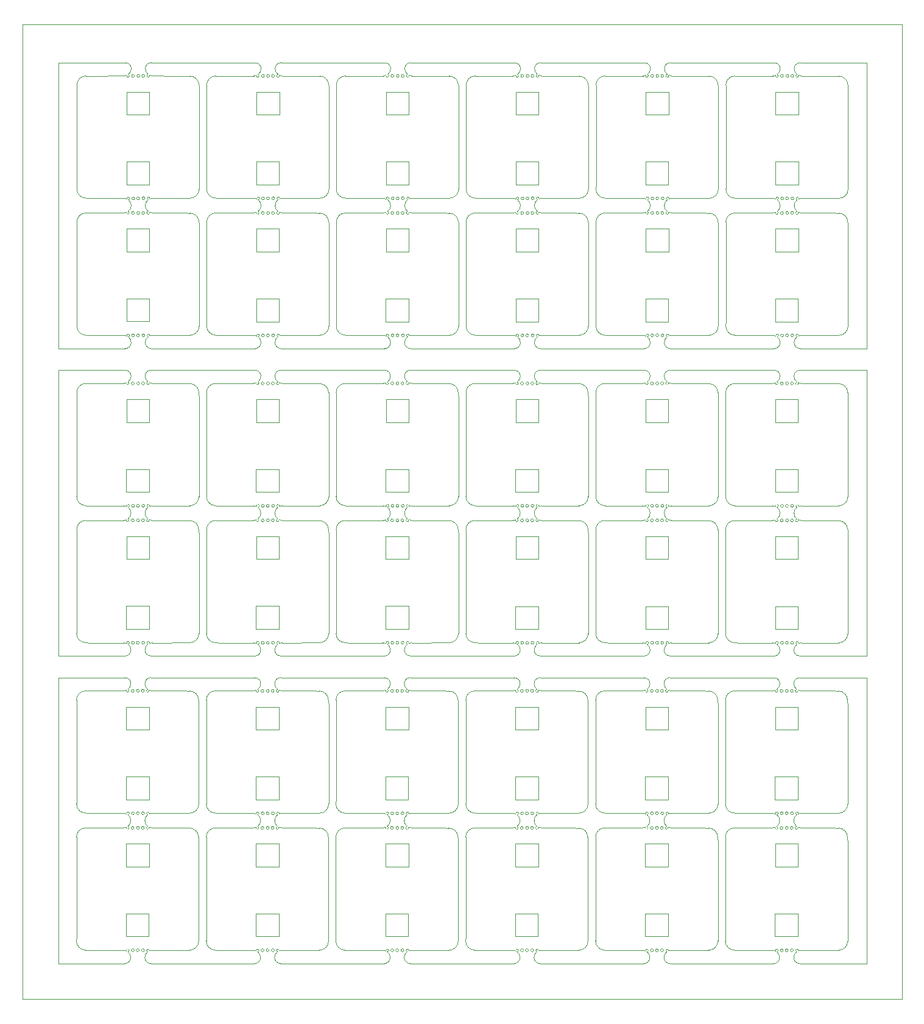
<source format=gm1>
G04 #@! TF.GenerationSoftware,KiCad,Pcbnew,(5.1.5)-3*
G04 #@! TF.CreationDate,2020-05-06T16:20:12+02:00*
G04 #@! TF.ProjectId,plaque,706c6171-7565-42e6-9b69-6361645f7063,1*
G04 #@! TF.SameCoordinates,Original*
G04 #@! TF.FileFunction,Profile,NP*
%FSLAX46Y46*%
G04 Gerber Fmt 4.6, Leading zero omitted, Abs format (unit mm)*
G04 Created by KiCad (PCBNEW (5.1.5)-3) date 2020-05-06 16:20:12*
%MOMM*%
%LPD*%
G04 APERTURE LIST*
%ADD10C,0.100000*%
%ADD11C,0.010000*%
G04 APERTURE END LIST*
D10*
X24455120Y-32313880D02*
X24455120Y-155834080D01*
X146700240Y-155834080D02*
X24455120Y-155834080D01*
X146700240Y-20441920D02*
X146700240Y-155834080D01*
X24455120Y-20441920D02*
X146700240Y-20441920D01*
X24455120Y-32313880D02*
X24455120Y-20441920D01*
D11*
X141813280Y-108158280D02*
X141803120Y-68448403D01*
X141813280Y-150863790D02*
X141813280Y-111161043D01*
X141808200Y-65443590D02*
X141813280Y-25740360D01*
X132516880Y-108153200D02*
X141813280Y-108158280D01*
X132512748Y-111158503D02*
X141813280Y-111161043D01*
X132540688Y-68450943D02*
X141803120Y-68448403D01*
X132543279Y-65441049D02*
X141808200Y-65443590D01*
X132487399Y-150861249D02*
X141813280Y-150863790D01*
X132568628Y-25738303D02*
X141813280Y-25740360D01*
X29458920Y-111162610D02*
X29453840Y-150865840D01*
X29453840Y-68447920D02*
X29464000Y-108157797D01*
X38724976Y-111162610D02*
X29458920Y-111162610D01*
X38726432Y-108157797D02*
X29464000Y-108157797D01*
X29453840Y-25742410D02*
X29453840Y-65445157D01*
X38752916Y-68455050D02*
X29453840Y-68447920D01*
X38754372Y-65445157D02*
X29453840Y-65445157D01*
X38698492Y-150865357D02*
X29453840Y-150865840D01*
X38780856Y-25742410D02*
X29453840Y-25742410D01*
X39593410Y-26554964D02*
G75*
G02X39176813Y-27379854I-1023510J-736D01*
G01*
X41541454Y-26554837D02*
G75*
G03X41947362Y-27368254I1016246J-863D01*
G01*
X38952144Y-27497053D02*
G75*
G02X38569900Y-27571700I-382244J941353D01*
G01*
X39176813Y-27379855D02*
G75*
G02X38952144Y-27497053I-44913J-187845D01*
G01*
X41947362Y-27368254D02*
G75*
G03X42123504Y-27474248I-2462J-203446D01*
G01*
X40776500Y-27567700D02*
G75*
G03X40776500Y-27567700I-200000J0D01*
G01*
X40039900Y-27571700D02*
G75*
G03X40039900Y-27571700I-200000J0D01*
G01*
X41459100Y-27567700D02*
G75*
G03X41459100Y-27567700I-200000J0D01*
G01*
X42123504Y-27474248D02*
G75*
G03X42557700Y-27571700I434196J918548D01*
G01*
X39593410Y-26554964D02*
G75*
G03X38780856Y-25742410I-812554J0D01*
G01*
X41541454Y-26554837D02*
G75*
G02X42365608Y-25730683I824154J0D01*
G01*
X57637570Y-26557504D02*
G75*
G03X56825016Y-25744950I-812554J0D01*
G01*
X59585614Y-26557377D02*
G75*
G02X60409768Y-25733223I824154J0D01*
G01*
X42365608Y-25730683D02*
X56825016Y-25744950D01*
X77601834Y-26557377D02*
G75*
G02X78425988Y-25733223I824154J0D01*
G01*
X75653790Y-26557504D02*
G75*
G03X74841236Y-25744950I-812554J0D01*
G01*
X60409768Y-25733223D02*
X74841236Y-25744950D01*
X78425988Y-25733223D02*
X92885396Y-25747490D01*
X114524468Y-25735763D02*
X128983876Y-25750030D01*
X96470148Y-25735763D02*
X110939716Y-25747490D01*
X96388919Y-150858709D02*
X110857352Y-150870437D01*
X96414268Y-111155963D02*
X110883836Y-111167690D01*
X131688594Y-111982657D02*
G75*
G02X132512748Y-111158503I824154J0D01*
G01*
X129725666Y-150048823D02*
G75*
G02X128901512Y-150872977I-824154J0D01*
G01*
D10*
X129098040Y-118385920D02*
X132273040Y-118385920D01*
D11*
X111681506Y-150046283D02*
G75*
G02X110857352Y-150870437I-824154J0D01*
G01*
X114443239Y-150858709D02*
X128901512Y-150872977D01*
X113630685Y-150046155D02*
G75*
G03X114443239Y-150858709I812554J0D01*
G01*
X137184041Y-113000919D02*
X135812441Y-113000919D01*
X111696390Y-111980244D02*
G75*
G03X110883836Y-111167690I-812554J0D01*
G01*
X129740550Y-111982784D02*
G75*
G03X128927996Y-111170230I-812554J0D01*
G01*
X113644434Y-111980117D02*
G75*
G02X114468588Y-111155963I824154J0D01*
G01*
X114468588Y-111155963D02*
X128927996Y-111170230D01*
X131674845Y-150048695D02*
G75*
G03X132487399Y-150861249I812554J0D01*
G01*
X131606240Y-112995520D02*
G75*
G03X131606240Y-112995520I-200000J0D01*
G01*
X122184040Y-122000920D02*
X122184040Y-127950920D01*
D10*
X132250040Y-124912920D02*
X129075040Y-124912920D01*
D11*
X122176420Y-133303139D02*
X122176420Y-135483140D01*
D10*
X132242420Y-147120140D02*
X132242420Y-143945140D01*
D11*
X128717040Y-112999520D02*
X124184040Y-113000921D01*
X139176420Y-147533140D02*
X139176420Y-146983140D01*
X139176420Y-141533140D02*
X139176420Y-146983140D01*
X124176419Y-149033140D02*
X123438920Y-149011640D01*
X139181840Y-128722120D02*
G75*
G02X137911840Y-129992120I-1270000J0D01*
G01*
D10*
X132242420Y-143945140D02*
X129067420Y-143945140D01*
D11*
X129091664Y-131957093D02*
G75*
G02X128709420Y-132031740I-382244J941353D01*
G01*
X139148820Y-133327140D02*
X139176420Y-134033139D01*
X122176420Y-141033140D02*
X122176420Y-146983140D01*
X139184040Y-128500920D02*
X139184040Y-127950920D01*
X139176420Y-147533140D02*
X139174220Y-147754340D01*
X137886440Y-113024920D02*
G75*
G02X139156440Y-114294920I0J-1270000D01*
G01*
D10*
X129090420Y-137418140D02*
X132265420Y-137418140D01*
D11*
X122184040Y-114270919D02*
X122184040Y-116450920D01*
X137878820Y-132057140D02*
G75*
G02X139148820Y-133327140I0J-1270000D01*
G01*
D10*
X129067420Y-147120140D02*
X132242420Y-147120140D01*
D11*
X124184039Y-130000920D02*
X123446540Y-129979420D01*
D10*
X129067420Y-143945140D02*
X129067420Y-147120140D01*
D11*
X137176421Y-132033139D02*
X135804821Y-132033139D01*
X122184040Y-114270919D02*
G75*
G02X123454040Y-113000919I1270000J0D01*
G01*
X124176420Y-132033141D02*
X123446420Y-132033139D01*
X128709420Y-132031740D02*
X124176420Y-132033141D01*
X139156440Y-114294920D02*
X139184040Y-115000919D01*
X139184040Y-115450920D02*
X139184040Y-115000919D01*
X132270644Y-112902068D02*
G75*
G03X132704840Y-112999520I434196J918548D01*
G01*
X131681025Y-131025899D02*
G75*
G03X132086882Y-131828294I1016195J10159D01*
G01*
D10*
X129075040Y-124912920D02*
X129075040Y-128087920D01*
X132265420Y-134243140D02*
X129090420Y-134243140D01*
D11*
X131688594Y-111982657D02*
G75*
G03X132094502Y-112796074I1016246J-863D01*
G01*
D10*
X132273040Y-115210920D02*
X129098040Y-115210920D01*
X132250040Y-128087920D02*
X132250040Y-124912920D01*
D11*
X139184040Y-128500920D02*
X139181840Y-128722120D01*
D10*
X132265420Y-137418140D02*
X132265420Y-134243140D01*
D11*
X124184040Y-113000921D02*
X123454040Y-113000919D01*
X122176420Y-133303139D02*
G75*
G02X123446420Y-132033139I1270000J0D01*
G01*
X139176420Y-134483140D02*
X139176420Y-134033139D01*
D10*
X132273040Y-118385920D02*
X132273040Y-115210920D01*
D11*
X123446540Y-129979420D02*
G75*
G02X122176540Y-128709420I0J1270000D01*
G01*
X139184040Y-115450920D02*
X139184040Y-121000920D01*
D10*
X129075040Y-128087920D02*
X132250040Y-128087920D01*
D11*
X137184041Y-113000919D02*
X137886440Y-113024920D01*
D10*
X129098040Y-115210920D02*
X129098040Y-118385920D01*
D11*
X139184040Y-122500920D02*
X139184040Y-127950920D01*
X129316333Y-131839895D02*
G75*
G02X129091664Y-131957093I-44913J-187845D01*
G01*
X131598620Y-132027740D02*
G75*
G03X131598620Y-132027740I-200000J0D01*
G01*
X131682465Y-131016475D02*
G75*
G02X132097552Y-130193273I1022375J735D01*
G01*
X104139880Y-114268379D02*
G75*
G02X105409880Y-112998379I1270000J0D01*
G01*
D10*
X114228880Y-118383380D02*
X114228880Y-115208380D01*
D11*
X124184039Y-130000920D02*
X128717040Y-129999740D01*
X119842280Y-113022380D02*
G75*
G02X121112280Y-114292380I0J-1270000D01*
G01*
D10*
X111053880Y-115208380D02*
X111053880Y-118383380D01*
D11*
X130187040Y-112999520D02*
G75*
G03X130187040Y-112999520I-200000J0D01*
G01*
X121137680Y-128719580D02*
G75*
G02X119867680Y-129989580I-1270000J0D01*
G01*
X132089906Y-149225485D02*
G75*
G02X132316219Y-149108159I45314J189525D01*
G01*
X132086882Y-131828294D02*
G75*
G03X132263024Y-131934288I-2462J-203446D01*
G01*
X129733286Y-131015004D02*
G75*
G03X129327378Y-130203186I-1016246J-736D01*
G01*
D10*
X111030880Y-128085380D02*
X114205880Y-128085380D01*
D11*
X122184040Y-121000920D02*
X122184040Y-122000920D01*
X104139880Y-114268379D02*
X104139880Y-116448380D01*
X121139880Y-128498380D02*
X121137680Y-128719580D01*
D10*
X111030880Y-124910380D02*
X111030880Y-128085380D01*
D11*
X122176420Y-140033140D02*
X122176420Y-141033140D01*
X129319758Y-149235406D02*
G75*
G03X129143616Y-149129412I2462J203446D01*
G01*
X131627220Y-149031960D02*
G75*
G03X131627220Y-149031960I-200000J0D01*
G01*
X132697220Y-132031740D02*
X135804821Y-132033139D01*
X106139880Y-112998381D02*
X105409880Y-112998379D01*
D10*
X114205880Y-128085380D02*
X114205880Y-124910380D01*
D11*
X139176420Y-141033140D02*
X139176420Y-141533140D01*
X129099284Y-112924873D02*
G75*
G02X128717040Y-112999520I-382244J941353D01*
G01*
X129151236Y-130097192D02*
G75*
G03X128717040Y-129999740I-434196J-918548D01*
G01*
X139184040Y-122000920D02*
X139184040Y-122500920D01*
X130898240Y-130003740D02*
G75*
G03X130898240Y-130003740I-200000J0D01*
G01*
X129327378Y-130203186D02*
G75*
G03X129151236Y-130097192I2462J203446D01*
G01*
X121139880Y-115448380D02*
X121139880Y-114998379D01*
D10*
X111053880Y-118383380D02*
X114228880Y-118383380D01*
D11*
X130923640Y-112995520D02*
G75*
G03X130923640Y-112995520I-200000J0D01*
G01*
X131674845Y-150048695D02*
G75*
G02X132089932Y-149225493I1022375J735D01*
G01*
X131634840Y-129999740D02*
G75*
G03X131634840Y-129999740I-200000J0D01*
G01*
X139184040Y-121000920D02*
X139184040Y-122000920D01*
X122168920Y-147741640D02*
X122176420Y-146983140D01*
X110672880Y-112996980D02*
X106139880Y-112998381D01*
X121139880Y-115448380D02*
X121139880Y-120998380D01*
X104139880Y-121998380D02*
X104139880Y-127948380D01*
X105402380Y-129976880D02*
G75*
G02X104132380Y-128706880I0J1270000D01*
G01*
X106139879Y-129998380D02*
X105402380Y-129976880D01*
D10*
X114228880Y-115208380D02*
X111053880Y-115208380D01*
D11*
X131681025Y-131025899D02*
X131682465Y-131016475D01*
X122176420Y-140033140D02*
X122176420Y-135483140D01*
X129143616Y-149129412D02*
G75*
G03X128709420Y-149031960I-434196J-918548D01*
G01*
X121139880Y-122498380D02*
X121139880Y-127948380D01*
X122184040Y-121000920D02*
X122184040Y-116450920D01*
X130890620Y-149035960D02*
G75*
G03X130890620Y-149035960I-200000J0D01*
G01*
X132704840Y-112999520D02*
X135812441Y-113000919D01*
X132094502Y-112796074D02*
G75*
G03X132270644Y-112902068I-2462J-203446D01*
G01*
X132314976Y-149106607D02*
G75*
G02X132697220Y-149031960I382244J-941353D01*
G01*
X139176420Y-140033140D02*
X139176420Y-141033140D01*
X114042722Y-131825754D02*
G75*
G03X114218864Y-131931748I-2462J-203446D01*
G01*
X121132260Y-140030600D02*
X121132260Y-141030600D01*
X114278436Y-130071847D02*
G75*
G02X114660680Y-129997200I382244J-941353D01*
G01*
X111283218Y-130200646D02*
G75*
G03X111107076Y-130094652I2462J203446D01*
G01*
X113644434Y-111980117D02*
G75*
G03X114050342Y-112793534I1016246J-863D01*
G01*
X114653060Y-149029420D02*
X119860060Y-149021800D01*
X104132260Y-140030600D02*
X104132260Y-135480600D01*
X111696390Y-111980244D02*
G75*
G02X111279793Y-112805134I-1023510J-736D01*
G01*
X112854080Y-130001200D02*
G75*
G03X112854080Y-130001200I-200000J0D01*
G01*
X114045746Y-149222945D02*
G75*
G02X114272059Y-149105619I45314J189525D01*
G01*
X121139880Y-120998380D02*
X121139880Y-121998380D01*
X111055124Y-112922333D02*
G75*
G02X110672880Y-112996980I-382244J941353D01*
G01*
X113630685Y-150046155D02*
G75*
G02X114045772Y-149222953I1022375J735D01*
G01*
X114270816Y-149104067D02*
G75*
G02X114653060Y-149029420I382244J-941353D01*
G01*
X114053366Y-130190725D02*
G75*
G02X114279679Y-130073399I45314J189525D01*
G01*
X112879480Y-112992980D02*
G75*
G03X112879480Y-112992980I-200000J0D01*
G01*
X112135260Y-132029200D02*
G75*
G03X112135260Y-132029200I-200000J0D01*
G01*
X104139880Y-120998380D02*
X104139880Y-121998380D01*
X121132260Y-141030600D02*
X121132260Y-141530600D01*
X114660680Y-112996980D02*
X117768281Y-112998379D01*
X114653060Y-132029200D02*
X117760661Y-132030599D01*
X113636865Y-131023359D02*
X113638305Y-131013935D01*
X119139881Y-112998379D02*
X119842280Y-113022380D01*
X111689126Y-131012464D02*
G75*
G03X111283218Y-130200646I-1016246J-736D01*
G01*
X111275598Y-149232866D02*
G75*
G03X111099456Y-149126872I2462J203446D01*
G01*
X121139880Y-128498380D02*
X121139880Y-127948380D01*
X111107076Y-130094652D02*
G75*
G03X110672880Y-129997200I-434196J-918548D01*
G01*
X104132380Y-128706880D02*
X104139880Y-127948380D01*
X104124760Y-147739100D02*
X104132260Y-146980600D01*
X104132260Y-140030600D02*
X104132260Y-141030600D01*
X111099456Y-149126872D02*
G75*
G03X110665260Y-149029420I-434196J-918548D01*
G01*
X121112280Y-114292380D02*
X121139880Y-114998379D01*
X113583060Y-149029420D02*
G75*
G03X113583060Y-149029420I-200000J0D01*
G01*
X119139881Y-112998379D02*
X117768281Y-112998379D01*
D10*
X114205880Y-124910380D02*
X111030880Y-124910380D01*
D11*
X111681506Y-150046283D02*
G75*
G03X111275598Y-149232866I-1016246J863D01*
G01*
X113562080Y-112992980D02*
G75*
G03X113562080Y-112992980I-200000J0D01*
G01*
X111279793Y-112805135D02*
G75*
G02X111055124Y-112922333I-44913J-187845D01*
G01*
X112142880Y-112996980D02*
G75*
G03X112142880Y-112996980I-200000J0D01*
G01*
X106132259Y-149030600D02*
X110665260Y-149029420D01*
X104139880Y-120998380D02*
X104139880Y-116448380D01*
X113590680Y-129997200D02*
G75*
G03X113590680Y-129997200I-200000J0D01*
G01*
X129323953Y-112807675D02*
G75*
G02X129099284Y-112924873I-44913J-187845D01*
G01*
X106139879Y-129998380D02*
X110672880Y-129997200D01*
X113638305Y-131013935D02*
G75*
G02X114053392Y-130190733I1022375J735D01*
G01*
X112871860Y-132025200D02*
G75*
G03X112871860Y-132025200I-200000J0D01*
G01*
X60328539Y-150856169D02*
X74758872Y-150867897D01*
X60353888Y-111153423D02*
X74785356Y-111165150D01*
X114660680Y-129997200D02*
X119867680Y-129989580D01*
X114050342Y-112793534D02*
G75*
G03X114226484Y-112899528I-2462J-203446D01*
G01*
X114226484Y-112899528D02*
G75*
G03X114660680Y-112996980I434196J918548D01*
G01*
X112171480Y-130001200D02*
G75*
G03X112171480Y-130001200I-200000J0D01*
G01*
X121139880Y-121998380D02*
X121139880Y-122498380D01*
X112846460Y-149033420D02*
G75*
G03X112846460Y-149033420I-200000J0D01*
G01*
X110665260Y-132029200D02*
X106132260Y-132030601D01*
X121104660Y-133324600D02*
X121132260Y-134030599D01*
X111047504Y-131954553D02*
G75*
G02X110665260Y-132029200I-382244J941353D01*
G01*
X130916020Y-132027740D02*
G75*
G03X130916020Y-132027740I-200000J0D01*
G01*
D10*
X111023260Y-143942600D02*
X111023260Y-147117600D01*
X114198260Y-147117600D02*
X114198260Y-143942600D01*
D11*
X132697220Y-149031960D02*
X137904220Y-149024340D01*
X139174220Y-147754340D02*
G75*
G02X137904220Y-149024340I-1270000J0D01*
G01*
X132263024Y-131934288D02*
G75*
G03X132697220Y-132031740I434196J918548D01*
G01*
X112163860Y-149033420D02*
G75*
G03X112163860Y-149033420I-200000J0D01*
G01*
X119132261Y-132030599D02*
X119834660Y-132054600D01*
X121132260Y-147530600D02*
X121132260Y-146980600D01*
D10*
X111046260Y-134240600D02*
X111046260Y-137415600D01*
D11*
X106132260Y-132030601D02*
X105402260Y-132030599D01*
X121132260Y-141530600D02*
X121132260Y-146980600D01*
X129740550Y-111982784D02*
G75*
G02X129323953Y-112807674I-1023510J-736D01*
G01*
X111688770Y-131012464D02*
G75*
G02X111272173Y-131837354I-1023510J-736D01*
G01*
X104132260Y-141030600D02*
X104132260Y-146980600D01*
X132097526Y-130193265D02*
G75*
G02X132323839Y-130075939I45314J189525D01*
G01*
X129725666Y-150048823D02*
G75*
G03X129319758Y-149235406I-1016246J863D01*
G01*
X130208020Y-149035960D02*
G75*
G03X130208020Y-149035960I-200000J0D01*
G01*
X113636865Y-131023359D02*
G75*
G03X114042722Y-131825754I1016195J10159D01*
G01*
D10*
X129090420Y-134243140D02*
X129090420Y-137418140D01*
D11*
X111272173Y-131837355D02*
G75*
G02X111047504Y-131954553I-44913J-187845D01*
G01*
X106132259Y-149030600D02*
X105394760Y-149009100D01*
X130179420Y-132031740D02*
G75*
G03X130179420Y-132031740I-200000J0D01*
G01*
X132322596Y-130074387D02*
G75*
G02X132704840Y-129999740I382244J-941353D01*
G01*
D10*
X111046260Y-137415600D02*
X114221260Y-137415600D01*
X114198260Y-143942600D02*
X111023260Y-143942600D01*
X111023260Y-147117600D02*
X114198260Y-147117600D01*
D11*
X121130060Y-147751800D02*
G75*
G02X119860060Y-149021800I-1270000J0D01*
G01*
X121132260Y-147530600D02*
X121130060Y-147751800D01*
X121132260Y-134480600D02*
X121132260Y-140030600D01*
X114218864Y-131931748D02*
G75*
G03X114653060Y-132029200I434196J918548D01*
G01*
D10*
X114221260Y-137415600D02*
X114221260Y-134240600D01*
D11*
X121132260Y-134480600D02*
X121132260Y-134030599D01*
D10*
X114221260Y-134240600D02*
X111046260Y-134240600D01*
D11*
X105394760Y-149009100D02*
G75*
G02X104124760Y-147739100I0J1270000D01*
G01*
X113554460Y-132025200D02*
G75*
G03X113554460Y-132025200I-200000J0D01*
G01*
X130215640Y-130003740D02*
G75*
G03X130215640Y-130003740I-200000J0D01*
G01*
X137176421Y-132033139D02*
X137878820Y-132057140D01*
X132704840Y-129999740D02*
X137911840Y-129992120D01*
X104132260Y-133300599D02*
G75*
G02X105402260Y-132030599I1270000J0D01*
G01*
X123438920Y-149011640D02*
G75*
G02X122168920Y-147741640I0J1270000D01*
G01*
X139176420Y-134483140D02*
X139176420Y-140033140D01*
X129732930Y-131015004D02*
G75*
G02X129316333Y-131839894I-1023510J-736D01*
G01*
X124176419Y-149033140D02*
X128709420Y-149031960D01*
X122176540Y-128709420D02*
X122184040Y-127950920D01*
X119132261Y-132030599D02*
X117760661Y-132030599D01*
X119834660Y-132054600D02*
G75*
G02X121104660Y-133324600I0J-1270000D01*
G01*
X104132260Y-133300599D02*
X104132260Y-135480600D01*
X78370108Y-111153423D02*
X92829516Y-111167690D01*
X75583026Y-150043743D02*
G75*
G02X74758872Y-150867897I-824154J0D01*
G01*
X95576365Y-150046155D02*
G75*
G03X96388919Y-150858709I812554J0D01*
G01*
X77532205Y-150043615D02*
G75*
G03X78344759Y-150856169I812554J0D01*
G01*
D10*
X92999560Y-118383380D02*
X96174560Y-118383380D01*
D11*
X92618560Y-112996980D02*
X88085560Y-112998381D01*
X86085560Y-114268379D02*
X86085560Y-116448380D01*
X93627186Y-150046283D02*
G75*
G02X92803032Y-150870437I-824154J0D01*
G01*
X75597910Y-111977704D02*
G75*
G03X74785356Y-111165150I-812554J0D01*
G01*
X103085560Y-128498380D02*
X103083360Y-128719580D01*
X103077940Y-134480600D02*
X103077940Y-134030599D01*
D10*
X96174560Y-118383380D02*
X96174560Y-115208380D01*
D11*
X88085559Y-129998380D02*
X87348060Y-129976880D01*
X103085560Y-128498380D02*
X103085560Y-127948380D01*
D10*
X92976560Y-128085380D02*
X96151560Y-128085380D01*
D11*
X88085560Y-112998381D02*
X87355560Y-112998379D01*
X86085560Y-121998380D02*
X86085560Y-127948380D01*
X78344759Y-150856169D02*
X92803032Y-150870437D01*
X86077940Y-141030600D02*
X86077940Y-146980600D01*
X101085561Y-112998379D02*
X99713961Y-112998379D01*
X96172164Y-112899528D02*
G75*
G03X96606360Y-112996980I434196J918548D01*
G01*
D10*
X96151560Y-124910380D02*
X92976560Y-124910380D01*
D11*
X103077940Y-141530600D02*
X103077940Y-146980600D01*
X101077941Y-132030599D02*
X99706341Y-132030599D01*
D10*
X96174560Y-115208380D02*
X92999560Y-115208380D01*
X92999560Y-115208380D02*
X92999560Y-118383380D01*
D11*
X87348060Y-129976880D02*
G75*
G02X86078060Y-128706880I0J1270000D01*
G01*
X88077940Y-132030601D02*
X87347940Y-132030599D01*
D10*
X96143940Y-143942600D02*
X92968940Y-143942600D01*
D11*
X86085560Y-114268379D02*
G75*
G02X87355560Y-112998379I1270000J0D01*
G01*
X103083360Y-128719580D02*
G75*
G02X101813360Y-129989580I-1270000J0D01*
G01*
X103085560Y-122498380D02*
X103085560Y-127948380D01*
D10*
X96166940Y-137415600D02*
X96166940Y-134240600D01*
D11*
X103085560Y-115448380D02*
X103085560Y-120998380D01*
X103085560Y-115448380D02*
X103085560Y-114998379D01*
X101085561Y-112998379D02*
X101787960Y-113022380D01*
X101787960Y-113022380D02*
G75*
G02X103057960Y-114292380I0J-1270000D01*
G01*
X95507760Y-112992980D02*
G75*
G03X95507760Y-112992980I-200000J0D01*
G01*
D10*
X92976560Y-124910380D02*
X92976560Y-128085380D01*
D11*
X103057960Y-114292380D02*
X103085560Y-114998379D01*
X101780340Y-132054600D02*
G75*
G02X103050340Y-133324600I0J-1270000D01*
G01*
D10*
X96151560Y-128085380D02*
X96151560Y-124910380D01*
D11*
X95590114Y-111980117D02*
G75*
G02X96414268Y-111155963I824154J0D01*
G01*
X93642070Y-111980244D02*
G75*
G03X92829516Y-111167690I-812554J0D01*
G01*
X77545954Y-111977577D02*
G75*
G02X78370108Y-111153423I824154J0D01*
G01*
X95590114Y-111980117D02*
G75*
G03X95996022Y-112793534I1016246J-863D01*
G01*
X103077940Y-147530600D02*
X103075740Y-147751800D01*
D10*
X92991940Y-137415600D02*
X96166940Y-137415600D01*
D11*
X92993184Y-131954553D02*
G75*
G02X92610940Y-132029200I-382244J941353D01*
G01*
X85033780Y-134478060D02*
X85033780Y-134028059D01*
X92610940Y-132029200D02*
X88077940Y-132030601D01*
X87340440Y-149009100D02*
G75*
G02X86070440Y-147739100I0J1270000D01*
G01*
X75590290Y-131009924D02*
G75*
G02X75173693Y-131834814I-1023510J-736D01*
G01*
X101077941Y-132030599D02*
X101780340Y-132054600D01*
D10*
X74947780Y-134238060D02*
X74947780Y-137413060D01*
X92991940Y-134240600D02*
X92991940Y-137415600D01*
X92968940Y-147117600D02*
X96143940Y-147117600D01*
X78099780Y-143940060D02*
X74924780Y-143940060D01*
D11*
X94109540Y-149033420D02*
G75*
G03X94109540Y-149033420I-200000J0D01*
G01*
X68033780Y-133298059D02*
X68033780Y-135478060D01*
X83033781Y-132028059D02*
X83736180Y-132052060D01*
X85006180Y-133322060D02*
X85033780Y-134028059D01*
D10*
X74947780Y-137413060D02*
X78122780Y-137413060D01*
D11*
X85033780Y-134478060D02*
X85033780Y-140028060D01*
X75173693Y-131834815D02*
G75*
G02X74949024Y-131952013I-44913J-187845D01*
G01*
D10*
X96143940Y-147117600D02*
X96143940Y-143942600D01*
D11*
X103050340Y-133324600D02*
X103077940Y-134030599D01*
D10*
X78122780Y-134238060D02*
X74947780Y-134238060D01*
D11*
X103077940Y-134480600D02*
X103077940Y-140030600D01*
X74949024Y-131952013D02*
G75*
G02X74566780Y-132026660I-382244J941353D01*
G01*
X70033780Y-132028061D02*
X69303780Y-132028059D01*
D10*
X78099780Y-147115060D02*
X78099780Y-143940060D01*
D11*
X95500140Y-132025200D02*
G75*
G03X95500140Y-132025200I-200000J0D01*
G01*
D10*
X92968940Y-143942600D02*
X92968940Y-147117600D01*
D11*
X95582545Y-131023359D02*
G75*
G03X95988402Y-131825754I1016195J10159D01*
G01*
X68033780Y-133298059D02*
G75*
G02X69303780Y-132028059I1270000J0D01*
G01*
X103075740Y-147751800D02*
G75*
G02X101805740Y-149021800I-1270000J0D01*
G01*
D10*
X78122780Y-137413060D02*
X78122780Y-134238060D01*
X74924780Y-143940060D02*
X74924780Y-147115060D01*
D11*
X85033780Y-147528060D02*
X85033780Y-146978060D01*
X78120384Y-131929208D02*
G75*
G03X78554580Y-132026660I434196J918548D01*
G01*
X70033779Y-149028060D02*
X69296280Y-149006560D01*
X96164544Y-131931748D02*
G75*
G03X96598740Y-132029200I434196J918548D01*
G01*
D10*
X74924780Y-147115060D02*
X78099780Y-147115060D01*
D11*
X69296280Y-149006560D02*
G75*
G02X68026280Y-147736560I0J1270000D01*
G01*
X85031580Y-147749260D02*
G75*
G02X83761580Y-149019260I-1270000J0D01*
G01*
X103077940Y-147530600D02*
X103077940Y-146980600D01*
X77455980Y-132022660D02*
G75*
G03X77455980Y-132022660I-200000J0D01*
G01*
X77538385Y-131020819D02*
G75*
G03X77944242Y-131823214I1016195J10159D01*
G01*
X93217853Y-131837355D02*
G75*
G02X92993184Y-131954553I-44913J-187845D01*
G01*
X74566780Y-132026660D02*
X70033780Y-132028061D01*
X86077940Y-133300599D02*
X86077940Y-135480600D01*
X93634450Y-131012464D02*
G75*
G02X93217853Y-131837354I-1023510J-736D01*
G01*
X76065380Y-149030880D02*
G75*
G03X76065380Y-149030880I-200000J0D01*
G01*
X86077940Y-133300599D02*
G75*
G02X87347940Y-132030599I1270000J0D01*
G01*
D10*
X96166940Y-134240600D02*
X92991940Y-134240600D01*
D11*
X88077939Y-149030600D02*
X87340440Y-149009100D01*
X93000804Y-112922333D02*
G75*
G02X92618560Y-112996980I-382244J941353D01*
G01*
X93627186Y-150046283D02*
G75*
G03X93221278Y-149232866I-1016246J863D01*
G01*
X95536360Y-129997200D02*
G75*
G03X95536360Y-129997200I-200000J0D01*
G01*
X69303900Y-129974340D02*
G75*
G02X68033900Y-128704340I0J1270000D01*
G01*
X95582545Y-131023359D02*
X95583985Y-131013935D01*
X85033780Y-141528060D02*
X85033780Y-146978060D01*
D10*
X74932400Y-124907840D02*
X74932400Y-128082840D01*
D11*
X94080940Y-132029200D02*
G75*
G03X94080940Y-132029200I-200000J0D01*
G01*
X96224116Y-130071847D02*
G75*
G02X96606360Y-129997200I382244J-941353D01*
G01*
X95583985Y-131013935D02*
G75*
G02X95999072Y-130190733I1022375J735D01*
G01*
X95996022Y-112793534D02*
G75*
G03X96172164Y-112899528I-2462J-203446D01*
G01*
D10*
X78130400Y-115205840D02*
X74955400Y-115205840D01*
X78130400Y-118380840D02*
X78130400Y-115205840D01*
D11*
X88085559Y-129998380D02*
X92618560Y-129997200D01*
X85041400Y-115445840D02*
X85041400Y-120995840D01*
X93642070Y-111980244D02*
G75*
G02X93225473Y-112805134I-1023510J-736D01*
G01*
X103077940Y-141030600D02*
X103077940Y-141530600D01*
X85039200Y-128717040D02*
G75*
G02X83769200Y-129987040I-1270000J0D01*
G01*
X68033780Y-141028060D02*
X68033780Y-146978060D01*
X85033780Y-147528060D02*
X85031580Y-147749260D01*
X94799760Y-130001200D02*
G75*
G03X94799760Y-130001200I-200000J0D01*
G01*
X83736180Y-132052060D02*
G75*
G02X85006180Y-133322060I0J-1270000D01*
G01*
X94817540Y-132025200D02*
G75*
G03X94817540Y-132025200I-200000J0D01*
G01*
X95999046Y-130190725D02*
G75*
G02X96225359Y-130073399I45314J189525D01*
G01*
X96606360Y-129997200D02*
X101813360Y-129989580D01*
X96216496Y-149104067D02*
G75*
G02X96598740Y-149029420I382244J-941353D01*
G01*
X103085560Y-121998380D02*
X103085560Y-122498380D01*
X95988402Y-131825754D02*
G75*
G03X96164544Y-131931748I-2462J-203446D01*
G01*
X93052756Y-130094652D02*
G75*
G03X92618560Y-129997200I-434196J-918548D01*
G01*
X95576365Y-150046155D02*
G75*
G02X95991452Y-149222953I1022375J735D01*
G01*
X96598740Y-132029200D02*
X99706341Y-132030599D01*
X96598740Y-149029420D02*
X101805740Y-149021800D01*
X93221278Y-149232866D02*
G75*
G03X93045136Y-149126872I2462J203446D01*
G01*
X103085560Y-120998380D02*
X103085560Y-121998380D01*
X96606360Y-112996980D02*
X99713961Y-112998379D01*
X86077940Y-140030600D02*
X86077940Y-135480600D01*
D10*
X74955400Y-115205840D02*
X74955400Y-118380840D01*
D11*
X68041400Y-114265839D02*
G75*
G02X69311400Y-112995839I1270000J0D01*
G01*
X68041400Y-114265839D02*
X68041400Y-116445840D01*
X86078060Y-128706880D02*
X86085560Y-127948380D01*
X86070440Y-147739100D02*
X86077940Y-146980600D01*
X95991426Y-149222945D02*
G75*
G02X96217739Y-149105619I45314J189525D01*
G01*
X93228898Y-130200646D02*
G75*
G03X93052756Y-130094652I2462J203446D01*
G01*
X68041400Y-121995840D02*
X68041400Y-127945840D01*
X88077939Y-149030600D02*
X92610940Y-149029420D01*
X94117160Y-130001200D02*
G75*
G03X94117160Y-130001200I-200000J0D01*
G01*
X83743800Y-113019840D02*
G75*
G02X85013800Y-114289840I0J-1270000D01*
G01*
X93634806Y-131012464D02*
G75*
G03X93228898Y-130200646I-1016246J-736D01*
G01*
X94825160Y-112992980D02*
G75*
G03X94825160Y-112992980I-200000J0D01*
G01*
X70041400Y-112995841D02*
X69311400Y-112995839D01*
X95528740Y-149029420D02*
G75*
G03X95528740Y-149029420I-200000J0D01*
G01*
D10*
X74932400Y-128082840D02*
X78107400Y-128082840D01*
D11*
X94088560Y-112996980D02*
G75*
G03X94088560Y-112996980I-200000J0D01*
G01*
X94792140Y-149033420D02*
G75*
G03X94792140Y-149033420I-200000J0D01*
G01*
X86085560Y-120998380D02*
X86085560Y-121998380D01*
X103077940Y-140030600D02*
X103077940Y-141030600D01*
X86085560Y-120998380D02*
X86085560Y-116448380D01*
X86077940Y-140030600D02*
X86077940Y-141030600D01*
X85041400Y-122495840D02*
X85041400Y-127945840D01*
X70041399Y-129995840D02*
X69303900Y-129974340D01*
X93045136Y-149126872D02*
G75*
G03X92610940Y-149029420I-434196J-918548D01*
G01*
X83033781Y-132028059D02*
X81662181Y-132028059D01*
X85041400Y-120995840D02*
X85041400Y-121995840D01*
D10*
X78107400Y-124907840D02*
X74932400Y-124907840D01*
D11*
X78128004Y-112896988D02*
G75*
G03X78562200Y-112994440I434196J918548D01*
G01*
X68033900Y-128704340D02*
X68041400Y-127945840D01*
X76073000Y-129998660D02*
G75*
G03X76073000Y-129998660I-200000J0D01*
G01*
X68033780Y-140028060D02*
X68033780Y-141028060D01*
X75597910Y-111977704D02*
G75*
G02X75181313Y-112802594I-1023510J-736D01*
G01*
X68041400Y-120995840D02*
X68041400Y-121995840D01*
X77539825Y-131011395D02*
G75*
G02X77954912Y-130188193I1022375J735D01*
G01*
X75000976Y-149124332D02*
G75*
G03X74566780Y-149026880I-434196J-918548D01*
G01*
X68041400Y-120995840D02*
X68041400Y-116445840D01*
X78172336Y-149101527D02*
G75*
G02X78554580Y-149026880I382244J-941353D01*
G01*
X70033779Y-149028060D02*
X74566780Y-149026880D01*
X85033780Y-141028060D02*
X85033780Y-141528060D01*
X77538385Y-131020819D02*
X77539825Y-131011395D01*
X78554580Y-132026660D02*
X81662181Y-132028059D01*
X76773380Y-132022660D02*
G75*
G03X76773380Y-132022660I-200000J0D01*
G01*
X70041399Y-129995840D02*
X74574400Y-129994660D01*
X77545954Y-111977577D02*
G75*
G03X77951862Y-112790994I1016246J-863D01*
G01*
X74956644Y-112919793D02*
G75*
G02X74574400Y-112994440I-382244J941353D01*
G01*
X75590646Y-131009924D02*
G75*
G03X75184738Y-130198106I-1016246J-736D01*
G01*
X76044400Y-112994440D02*
G75*
G03X76044400Y-112994440I-200000J0D01*
G01*
X77484580Y-149026880D02*
G75*
G03X77484580Y-149026880I-200000J0D01*
G01*
X77947266Y-149220405D02*
G75*
G02X78173579Y-149103079I45314J189525D01*
G01*
X78179956Y-130069307D02*
G75*
G02X78562200Y-129994660I382244J-941353D01*
G01*
X93225473Y-112805135D02*
G75*
G02X93000804Y-112922333I-44913J-187845D01*
G01*
X78562200Y-129994660D02*
X83769200Y-129987040D01*
X85033780Y-140028060D02*
X85033780Y-141028060D01*
X76036780Y-132026660D02*
G75*
G03X76036780Y-132026660I-200000J0D01*
G01*
X78562200Y-112994440D02*
X81669801Y-112995839D01*
X77463600Y-112990440D02*
G75*
G03X77463600Y-112990440I-200000J0D01*
G01*
X85041400Y-121995840D02*
X85041400Y-122495840D01*
X75008596Y-130092112D02*
G75*
G03X74574400Y-129994660I-434196J-918548D01*
G01*
X77532205Y-150043615D02*
G75*
G02X77947292Y-149220413I1022375J735D01*
G01*
X75184738Y-130198106D02*
G75*
G03X75008596Y-130092112I2462J203446D01*
G01*
X76755600Y-129998660D02*
G75*
G03X76755600Y-129998660I-200000J0D01*
G01*
X77951862Y-112790994D02*
G75*
G03X78128004Y-112896988I-2462J-203446D01*
G01*
X76747980Y-149030880D02*
G75*
G03X76747980Y-149030880I-200000J0D01*
G01*
X77492200Y-129994660D02*
G75*
G03X77492200Y-129994660I-200000J0D01*
G01*
X75177118Y-149230326D02*
G75*
G03X75000976Y-149124332I2462J203446D01*
G01*
X85041400Y-115445840D02*
X85041400Y-114995839D01*
D10*
X74955400Y-118380840D02*
X78130400Y-118380840D01*
D11*
X83041401Y-112995839D02*
X81669801Y-112995839D01*
X77944242Y-131823214D02*
G75*
G03X78120384Y-131929208I-2462J-203446D01*
G01*
X77954886Y-130188185D02*
G75*
G02X78181199Y-130070859I45314J189525D01*
G01*
X75583026Y-150043743D02*
G75*
G03X75177118Y-149230326I-1016246J863D01*
G01*
X75181313Y-112802595D02*
G75*
G02X74956644Y-112919793I-44913J-187845D01*
G01*
D10*
X78107400Y-128082840D02*
X78107400Y-124907840D01*
D11*
X68033780Y-140028060D02*
X68033780Y-135478060D01*
X76781000Y-112990440D02*
G75*
G03X76781000Y-112990440I-200000J0D01*
G01*
X68026280Y-147736560D02*
X68033780Y-146978060D01*
X85041400Y-128495840D02*
X85039200Y-128717040D01*
X74574400Y-112994440D02*
X70041400Y-112995841D01*
X78554580Y-149026880D02*
X83761580Y-149019260D01*
X83041401Y-112995839D02*
X83743800Y-113019840D01*
X85041400Y-128495840D02*
X85041400Y-127945840D01*
X85013800Y-114289840D02*
X85041400Y-114995839D01*
X42309728Y-111150883D02*
X56769136Y-111165150D01*
X59515985Y-150043615D02*
G75*
G03X60328539Y-150856169I812554J0D01*
G01*
X39522646Y-150041203D02*
G75*
G02X38698492Y-150865357I-824154J0D01*
G01*
X59529734Y-111977577D02*
G75*
G02X60353888Y-111153423I824154J0D01*
G01*
X57581690Y-111977704D02*
G75*
G03X56769136Y-111165150I-812554J0D01*
G01*
X41485574Y-111975037D02*
G75*
G02X42309728Y-111150883I824154J0D01*
G01*
X57566806Y-150043743D02*
G75*
G02X56742652Y-150867897I-824154J0D01*
G01*
X39537530Y-111975164D02*
G75*
G03X38724976Y-111162610I-812554J0D01*
G01*
X42284379Y-150853629D02*
X56742652Y-150867897D01*
X41471825Y-150041075D02*
G75*
G03X42284379Y-150853629I812554J0D01*
G01*
D10*
X56939180Y-118380840D02*
X60114180Y-118380840D01*
D11*
X65025181Y-112995839D02*
X63653581Y-112995839D01*
D10*
X60091180Y-128082840D02*
X60091180Y-124907840D01*
D11*
X67025180Y-128495840D02*
X67022980Y-128717040D01*
D10*
X60106560Y-137413060D02*
X60106560Y-134238060D01*
D11*
X67017560Y-134478060D02*
X67017560Y-134028059D01*
X59447380Y-112990440D02*
G75*
G03X59447380Y-112990440I-200000J0D01*
G01*
X59529734Y-111977577D02*
G75*
G03X59935642Y-112790994I1016246J-863D01*
G01*
D10*
X60114180Y-115205840D02*
X56939180Y-115205840D01*
D11*
X50017560Y-141028060D02*
X50017560Y-146978060D01*
X67017560Y-147528060D02*
X67015360Y-147749260D01*
X65017561Y-132028059D02*
X63645961Y-132028059D01*
X67025180Y-115445840D02*
X67025180Y-114995839D01*
X56558180Y-112994440D02*
X52025180Y-112995841D01*
X50025180Y-114265839D02*
X50025180Y-116445840D01*
X67017560Y-141528060D02*
X67017560Y-146978060D01*
X50025180Y-114265839D02*
G75*
G02X51295180Y-112995839I1270000J0D01*
G01*
X65719960Y-132052060D02*
G75*
G02X66989960Y-133322060I0J-1270000D01*
G01*
X67025180Y-115445840D02*
X67025180Y-120995840D01*
X65025181Y-112995839D02*
X65727580Y-113019840D01*
D10*
X60114180Y-118380840D02*
X60114180Y-115205840D01*
D11*
X52025180Y-112995841D02*
X51295180Y-112995839D01*
X67022980Y-128717040D02*
G75*
G02X65752980Y-129987040I-1270000J0D01*
G01*
D10*
X56939180Y-115205840D02*
X56939180Y-118380840D01*
D11*
X60111784Y-112896988D02*
G75*
G03X60545980Y-112994440I434196J918548D01*
G01*
X67025180Y-128495840D02*
X67025180Y-127945840D01*
X50025180Y-121995840D02*
X50025180Y-127945840D01*
X67025180Y-122495840D02*
X67025180Y-127945840D01*
X65727580Y-113019840D02*
G75*
G02X66997580Y-114289840I0J-1270000D01*
G01*
X51287680Y-129974340D02*
G75*
G02X50017680Y-128704340I0J1270000D01*
G01*
X52025179Y-129995840D02*
X51287680Y-129974340D01*
X66997580Y-114289840D02*
X67025180Y-114995839D01*
D10*
X60091180Y-124907840D02*
X56916180Y-124907840D01*
X56916180Y-124907840D02*
X56916180Y-128082840D01*
X56916180Y-128082840D02*
X60091180Y-128082840D01*
X56931560Y-137413060D02*
X60106560Y-137413060D01*
X60083560Y-143940060D02*
X56908560Y-143940060D01*
D11*
X52017560Y-132028061D02*
X51287560Y-132028059D01*
X50017560Y-133298059D02*
X50017560Y-135478060D01*
X57157473Y-131834815D02*
G75*
G02X56932804Y-131952013I-44913J-187845D01*
G01*
X50017560Y-133298059D02*
G75*
G02X51287560Y-132028059I1270000J0D01*
G01*
D10*
X60106560Y-134238060D02*
X56931560Y-134238060D01*
D11*
X52017559Y-149028060D02*
X51280060Y-149006560D01*
X59439760Y-132022660D02*
G75*
G03X59439760Y-132022660I-200000J0D01*
G01*
X56932804Y-131952013D02*
G75*
G02X56550560Y-132026660I-382244J941353D01*
G01*
D10*
X56908560Y-143940060D02*
X56908560Y-147115060D01*
D11*
X56550560Y-132026660D02*
X52017560Y-132028061D01*
D10*
X60083560Y-147115060D02*
X60083560Y-143940060D01*
D11*
X59522165Y-131020819D02*
G75*
G03X59928022Y-131823214I1016195J10159D01*
G01*
X66989960Y-133322060D02*
X67017560Y-134028059D01*
D10*
X56908560Y-147115060D02*
X60083560Y-147115060D01*
D11*
X67017560Y-147528060D02*
X67017560Y-146978060D01*
X51280060Y-149006560D02*
G75*
G02X50010060Y-147736560I0J1270000D01*
G01*
X67017560Y-134478060D02*
X67017560Y-140028060D01*
X67015360Y-147749260D02*
G75*
G02X65745360Y-149019260I-1270000J0D01*
G01*
X60104164Y-131929208D02*
G75*
G03X60538360Y-132026660I434196J918548D01*
G01*
X65017561Y-132028059D02*
X65719960Y-132052060D01*
X57574070Y-131009924D02*
G75*
G02X57157473Y-131834814I-1023510J-736D01*
G01*
D10*
X56931560Y-134238060D02*
X56931560Y-137413060D01*
D11*
X58049160Y-149030880D02*
G75*
G03X58049160Y-149030880I-200000J0D01*
G01*
X33235900Y-149004020D02*
G75*
G02X31965900Y-147734020I0J1270000D01*
G01*
X31973400Y-133295519D02*
X31973400Y-135475520D01*
X38506400Y-132024120D02*
X33973400Y-132025521D01*
X39113313Y-131832275D02*
G75*
G02X38888644Y-131949473I-44913J-187845D01*
G01*
X33973399Y-149025520D02*
X33235900Y-149004020D01*
D10*
X38864400Y-143937520D02*
X38864400Y-147112520D01*
D11*
X48945800Y-133319520D02*
X48973400Y-134025519D01*
X48973400Y-147525520D02*
X48973400Y-146975520D01*
X46973401Y-132025519D02*
X47675800Y-132049520D01*
X41395600Y-132020120D02*
G75*
G03X41395600Y-132020120I-200000J0D01*
G01*
X38888644Y-131949473D02*
G75*
G02X38506400Y-132024120I-382244J941353D01*
G01*
D10*
X38887400Y-137410520D02*
X42062400Y-137410520D01*
X42039400Y-143937520D02*
X38864400Y-143937520D01*
D11*
X33973400Y-132025521D02*
X33243400Y-132025519D01*
D10*
X42039400Y-147112520D02*
X42039400Y-143937520D01*
D11*
X48971200Y-147746720D02*
G75*
G02X47701200Y-149016720I-1270000J0D01*
G01*
X39529910Y-131007384D02*
G75*
G02X39113313Y-131832274I-1023510J-736D01*
G01*
X31973400Y-133295519D02*
G75*
G02X33243400Y-132025519I1270000J0D01*
G01*
D10*
X38887400Y-134235520D02*
X38887400Y-137410520D01*
X42062400Y-134235520D02*
X38887400Y-134235520D01*
D11*
X41478005Y-131018279D02*
G75*
G03X41883862Y-131820674I1016195J10159D01*
G01*
X48973400Y-134475520D02*
X48973400Y-140025520D01*
X40005000Y-149028340D02*
G75*
G03X40005000Y-149028340I-200000J0D01*
G01*
D10*
X38864400Y-147112520D02*
X42039400Y-147112520D01*
D11*
X42060004Y-131926668D02*
G75*
G03X42494200Y-132024120I434196J918548D01*
G01*
D10*
X42062400Y-137410520D02*
X42062400Y-134235520D01*
D11*
X48973400Y-134475520D02*
X48973400Y-134025519D01*
X31973400Y-141025520D02*
X31973400Y-146975520D01*
X48973400Y-147525520D02*
X48971200Y-147746720D01*
X46973401Y-132025519D02*
X45601801Y-132025519D01*
X48973400Y-141525520D02*
X48973400Y-146975520D01*
X47675800Y-132049520D02*
G75*
G02X48945800Y-133319520I0J-1270000D01*
G01*
X58757160Y-132022660D02*
G75*
G03X58757160Y-132022660I-200000J0D01*
G01*
X59938666Y-130188185D02*
G75*
G02X60164979Y-130070859I45314J189525D01*
G01*
X60545980Y-129994660D02*
X65752980Y-129987040D01*
X60538360Y-149026880D02*
X65745360Y-149019260D01*
X58020560Y-132026660D02*
G75*
G03X58020560Y-132026660I-200000J0D01*
G01*
X60163736Y-130069307D02*
G75*
G02X60545980Y-129994660I382244J-941353D01*
G01*
X57566806Y-150043743D02*
G75*
G03X57160898Y-149230326I-1016246J863D01*
G01*
X50017680Y-128704340D02*
X50025180Y-127945840D01*
X52017559Y-149028060D02*
X56550560Y-149026880D01*
X58056780Y-129998660D02*
G75*
G03X58056780Y-129998660I-200000J0D01*
G01*
X57581690Y-111977704D02*
G75*
G02X57165093Y-112802594I-1023510J-736D01*
G01*
X58028180Y-112994440D02*
G75*
G03X58028180Y-112994440I-200000J0D01*
G01*
X67017560Y-141028060D02*
X67017560Y-141528060D01*
X59931046Y-149220405D02*
G75*
G02X60157359Y-149103079I45314J189525D01*
G01*
X52025179Y-129995840D02*
X56558180Y-129994660D01*
X56940424Y-112919793D02*
G75*
G02X56558180Y-112994440I-382244J941353D01*
G01*
X58731760Y-149030880D02*
G75*
G03X58731760Y-149030880I-200000J0D01*
G01*
X67025180Y-121995840D02*
X67025180Y-122495840D01*
X57574426Y-131009924D02*
G75*
G03X57168518Y-130198106I-1016246J-736D01*
G01*
X58764780Y-112990440D02*
G75*
G03X58764780Y-112990440I-200000J0D01*
G01*
X50025180Y-120995840D02*
X50025180Y-121995840D01*
X56992376Y-130092112D02*
G75*
G03X56558180Y-129994660I-434196J-918548D01*
G01*
X59523605Y-131011395D02*
G75*
G02X59938692Y-130188193I1022375J735D01*
G01*
X58739380Y-129998660D02*
G75*
G03X58739380Y-129998660I-200000J0D01*
G01*
X59515985Y-150043615D02*
G75*
G02X59931072Y-149220413I1022375J735D01*
G01*
X59522165Y-131020819D02*
X59523605Y-131011395D01*
X59928022Y-131823214D02*
G75*
G03X60104164Y-131929208I-2462J-203446D01*
G01*
X67017560Y-140028060D02*
X67017560Y-141028060D01*
X60545980Y-112994440D02*
X63653581Y-112995839D01*
X50025180Y-120995840D02*
X50025180Y-116445840D01*
X59475980Y-129994660D02*
G75*
G03X59475980Y-129994660I-200000J0D01*
G01*
X59935642Y-112790994D02*
G75*
G03X60111784Y-112896988I-2462J-203446D01*
G01*
X50017560Y-140028060D02*
X50017560Y-141028060D01*
X50017560Y-140028060D02*
X50017560Y-135478060D01*
X56984756Y-149124332D02*
G75*
G03X56550560Y-149026880I-434196J-918548D01*
G01*
X57160898Y-149230326D02*
G75*
G03X56984756Y-149124332I2462J203446D01*
G01*
X67025180Y-120995840D02*
X67025180Y-121995840D01*
X59468360Y-149026880D02*
G75*
G03X59468360Y-149026880I-200000J0D01*
G01*
X60156116Y-149101527D02*
G75*
G02X60538360Y-149026880I382244J-941353D01*
G01*
X50010060Y-147736560D02*
X50017560Y-146978060D01*
X57168518Y-130198106D02*
G75*
G03X56992376Y-130092112I2462J203446D01*
G01*
X60538360Y-132026660D02*
X63645961Y-132028059D01*
X48981020Y-115443300D02*
X48981020Y-120993300D01*
X31981020Y-121993300D02*
X31981020Y-127943300D01*
X48981020Y-122493300D02*
X48981020Y-127943300D01*
X47683420Y-113017300D02*
G75*
G02X48953420Y-114287300I0J-1270000D01*
G01*
X48978820Y-128714500D02*
G75*
G02X47708820Y-129984500I-1270000J0D01*
G01*
X33243520Y-129971800D02*
G75*
G02X31973520Y-128701800I0J1270000D01*
G01*
X31981020Y-114263299D02*
G75*
G02X33251020Y-112993299I1270000J0D01*
G01*
X33981020Y-112993301D02*
X33251020Y-112993299D01*
X31981020Y-114263299D02*
X31981020Y-116443300D01*
X33981019Y-129993300D02*
X33243520Y-129971800D01*
D10*
X38872020Y-124905300D02*
X38872020Y-128080300D01*
X38872020Y-128080300D02*
X42047020Y-128080300D01*
X42070020Y-115203300D02*
X38895020Y-115203300D01*
X42070020Y-118378300D02*
X42070020Y-115203300D01*
X38895020Y-115203300D02*
X38895020Y-118378300D01*
D11*
X48981020Y-115443300D02*
X48981020Y-114993299D01*
D10*
X42047020Y-128080300D02*
X42047020Y-124905300D01*
X38895020Y-118378300D02*
X42070020Y-118378300D01*
D11*
X48981020Y-128493300D02*
X48978820Y-128714500D01*
X38514020Y-112991900D02*
X33981020Y-112993301D01*
X46981021Y-112993299D02*
X47683420Y-113017300D01*
X48981020Y-128493300D02*
X48981020Y-127943300D01*
X48953420Y-114287300D02*
X48981020Y-114993299D01*
D10*
X42047020Y-124905300D02*
X38872020Y-124905300D01*
D11*
X42067624Y-112894448D02*
G75*
G03X42501820Y-112991900I434196J918548D01*
G01*
X46981021Y-112993299D02*
X45609421Y-112993299D01*
X41485574Y-111975037D02*
G75*
G03X41891482Y-112788454I1016246J-863D01*
G01*
X41403220Y-112987900D02*
G75*
G03X41403220Y-112987900I-200000J0D01*
G01*
X39120933Y-112800055D02*
G75*
G02X38896264Y-112917253I-44913J-187845D01*
G01*
X40012620Y-129996120D02*
G75*
G03X40012620Y-129996120I-200000J0D01*
G01*
X39537530Y-111975164D02*
G75*
G02X39120933Y-112800054I-1023510J-736D01*
G01*
X38896264Y-112917253D02*
G75*
G02X38514020Y-112991900I-382244J941353D01*
G01*
X48981020Y-121993300D02*
X48981020Y-122493300D01*
X39530266Y-131007384D02*
G75*
G03X39124358Y-130195566I-1016246J-736D01*
G01*
X31981020Y-120993300D02*
X31981020Y-121993300D01*
X38948216Y-130089572D02*
G75*
G03X38514020Y-129992120I-434196J-918548D01*
G01*
X31973520Y-128701800D02*
X31981020Y-127943300D01*
X42501820Y-112991900D02*
X45609421Y-112993299D01*
X39984020Y-112991900D02*
G75*
G03X39984020Y-112991900I-200000J0D01*
G01*
X41479445Y-131008855D02*
G75*
G02X41894532Y-130185653I1022375J735D01*
G01*
X31981020Y-120993300D02*
X31981020Y-116443300D01*
X40720620Y-112987900D02*
G75*
G03X40720620Y-112987900I-200000J0D01*
G01*
X41431820Y-129992120D02*
G75*
G03X41431820Y-129992120I-200000J0D01*
G01*
X40695220Y-129996120D02*
G75*
G03X40695220Y-129996120I-200000J0D01*
G01*
X41891482Y-112788454D02*
G75*
G03X42067624Y-112894448I-2462J-203446D01*
G01*
X40687600Y-149028340D02*
G75*
G03X40687600Y-149028340I-200000J0D01*
G01*
X41471825Y-150041075D02*
G75*
G02X41886912Y-149217873I1022375J735D01*
G01*
X41424200Y-149024340D02*
G75*
G03X41424200Y-149024340I-200000J0D01*
G01*
X41883862Y-131820674D02*
G75*
G03X42060004Y-131926668I-2462J-203446D01*
G01*
X42111956Y-149098987D02*
G75*
G02X42494200Y-149024340I382244J-941353D01*
G01*
X41886886Y-149217865D02*
G75*
G02X42113199Y-149100539I45314J189525D01*
G01*
X42494200Y-149024340D02*
X47701200Y-149016720D01*
X31973400Y-140025520D02*
X31973400Y-141025520D01*
X33973399Y-149025520D02*
X38506400Y-149024340D01*
X48973400Y-141025520D02*
X48973400Y-141525520D01*
X39522646Y-150041203D02*
G75*
G03X39116738Y-149227786I-1016246J863D01*
G01*
X38940596Y-149121792D02*
G75*
G03X38506400Y-149024340I-434196J-918548D01*
G01*
X31965900Y-147734020D02*
X31973400Y-146975520D01*
X42494200Y-132024120D02*
X45601801Y-132025519D01*
X39976400Y-132024120D02*
G75*
G03X39976400Y-132024120I-200000J0D01*
G01*
X39116738Y-149227786D02*
G75*
G03X38940596Y-149121792I2462J203446D01*
G01*
X40713000Y-132020120D02*
G75*
G03X40713000Y-132020120I-200000J0D01*
G01*
X48973400Y-140025520D02*
X48973400Y-141025520D01*
X31973400Y-140025520D02*
X31973400Y-135475520D01*
X41478005Y-131018279D02*
X41479445Y-131008855D01*
X57165093Y-112802595D02*
G75*
G02X56940424Y-112919793I-44913J-187845D01*
G01*
X42119576Y-130066767D02*
G75*
G02X42501820Y-129992120I382244J-941353D01*
G01*
X41894506Y-130185645D02*
G75*
G02X42120819Y-130068319I45314J189525D01*
G01*
X42501820Y-129992120D02*
X47708820Y-129984500D01*
X33981019Y-129993300D02*
X38514020Y-129992120D01*
X39124358Y-130195566D02*
G75*
G03X38948216Y-130089572I2462J203446D01*
G01*
X48981020Y-120993300D02*
X48981020Y-121993300D01*
X96416859Y-108151149D02*
X110885292Y-108162877D01*
X96442208Y-68448403D02*
X110911776Y-68460130D01*
X131716534Y-69275097D02*
G75*
G02X132540688Y-68450943I824154J0D01*
G01*
X129753606Y-107341263D02*
G75*
G02X128929452Y-108165417I-824154J0D01*
G01*
D10*
X129125980Y-75678360D02*
X132300980Y-75678360D01*
D11*
X111709446Y-107338723D02*
G75*
G02X110885292Y-108162877I-824154J0D01*
G01*
X114471179Y-108151149D02*
X128929452Y-108165417D01*
X113658625Y-107338595D02*
G75*
G03X114471179Y-108151149I812554J0D01*
G01*
X137211981Y-70293359D02*
X135840381Y-70293359D01*
X111724330Y-69272684D02*
G75*
G03X110911776Y-68460130I-812554J0D01*
G01*
X129768490Y-69275224D02*
G75*
G03X128955936Y-68462670I-812554J0D01*
G01*
X113672374Y-69272557D02*
G75*
G02X114496528Y-68448403I824154J0D01*
G01*
X114496528Y-68448403D02*
X128955936Y-68462670D01*
X131702785Y-107341135D02*
G75*
G03X132515339Y-108153689I812554J0D01*
G01*
X131634180Y-70287960D02*
G75*
G03X131634180Y-70287960I-200000J0D01*
G01*
X122211980Y-79293360D02*
X122211980Y-85243360D01*
D10*
X132277980Y-82205360D02*
X129102980Y-82205360D01*
D11*
X122204360Y-90595579D02*
X122204360Y-92775580D01*
D10*
X132270360Y-104412580D02*
X132270360Y-101237580D01*
D11*
X128744980Y-70291960D02*
X124211980Y-70293361D01*
X139204360Y-104825580D02*
X139204360Y-104275580D01*
X139204360Y-98825580D02*
X139204360Y-104275580D01*
X124204359Y-106325580D02*
X123466860Y-106304080D01*
X139209780Y-86014560D02*
G75*
G02X137939780Y-87284560I-1270000J0D01*
G01*
D10*
X132270360Y-101237580D02*
X129095360Y-101237580D01*
D11*
X129119604Y-89249533D02*
G75*
G02X128737360Y-89324180I-382244J941353D01*
G01*
X139176760Y-90619580D02*
X139204360Y-91325579D01*
X122204360Y-98325580D02*
X122204360Y-104275580D01*
X139211980Y-85793360D02*
X139211980Y-85243360D01*
X139204360Y-104825580D02*
X139202160Y-105046780D01*
X137914380Y-70317360D02*
G75*
G02X139184380Y-71587360I0J-1270000D01*
G01*
D10*
X129118360Y-94710580D02*
X132293360Y-94710580D01*
D11*
X122211980Y-71563359D02*
X122211980Y-73743360D01*
X137906760Y-89349580D02*
G75*
G02X139176760Y-90619580I0J-1270000D01*
G01*
D10*
X129095360Y-104412580D02*
X132270360Y-104412580D01*
D11*
X124211979Y-87293360D02*
X123474480Y-87271860D01*
D10*
X129095360Y-101237580D02*
X129095360Y-104412580D01*
D11*
X137204361Y-89325579D02*
X135832761Y-89325579D01*
X122211980Y-71563359D02*
G75*
G02X123481980Y-70293359I1270000J0D01*
G01*
X124204360Y-89325581D02*
X123474360Y-89325579D01*
X128737360Y-89324180D02*
X124204360Y-89325581D01*
X139184380Y-71587360D02*
X139211980Y-72293359D01*
X139211980Y-72743360D02*
X139211980Y-72293359D01*
X132298584Y-70194508D02*
G75*
G03X132732780Y-70291960I434196J918548D01*
G01*
X131708965Y-88318339D02*
G75*
G03X132114822Y-89120734I1016195J10159D01*
G01*
D10*
X129102980Y-82205360D02*
X129102980Y-85380360D01*
X132293360Y-91535580D02*
X129118360Y-91535580D01*
D11*
X131716534Y-69275097D02*
G75*
G03X132122442Y-70088514I1016246J-863D01*
G01*
D10*
X132300980Y-72503360D02*
X129125980Y-72503360D01*
X132277980Y-85380360D02*
X132277980Y-82205360D01*
D11*
X139211980Y-85793360D02*
X139209780Y-86014560D01*
D10*
X132293360Y-94710580D02*
X132293360Y-91535580D01*
D11*
X124211980Y-70293361D02*
X123481980Y-70293359D01*
X122204360Y-90595579D02*
G75*
G02X123474360Y-89325579I1270000J0D01*
G01*
X139204360Y-91775580D02*
X139204360Y-91325579D01*
D10*
X132300980Y-75678360D02*
X132300980Y-72503360D01*
D11*
X123474480Y-87271860D02*
G75*
G02X122204480Y-86001860I0J1270000D01*
G01*
X139211980Y-72743360D02*
X139211980Y-78293360D01*
D10*
X129102980Y-85380360D02*
X132277980Y-85380360D01*
D11*
X137211981Y-70293359D02*
X137914380Y-70317360D01*
D10*
X129125980Y-72503360D02*
X129125980Y-75678360D01*
D11*
X139211980Y-79793360D02*
X139211980Y-85243360D01*
X129344273Y-89132335D02*
G75*
G02X129119604Y-89249533I-44913J-187845D01*
G01*
X131626560Y-89320180D02*
G75*
G03X131626560Y-89320180I-200000J0D01*
G01*
X131710405Y-88308915D02*
G75*
G02X132125492Y-87485713I1022375J735D01*
G01*
X104167820Y-71560819D02*
G75*
G02X105437820Y-70290819I1270000J0D01*
G01*
D10*
X114256820Y-75675820D02*
X114256820Y-72500820D01*
D11*
X124211979Y-87293360D02*
X128744980Y-87292180D01*
X119870220Y-70314820D02*
G75*
G02X121140220Y-71584820I0J-1270000D01*
G01*
D10*
X111081820Y-72500820D02*
X111081820Y-75675820D01*
D11*
X130214980Y-70291960D02*
G75*
G03X130214980Y-70291960I-200000J0D01*
G01*
X121165620Y-86012020D02*
G75*
G02X119895620Y-87282020I-1270000J0D01*
G01*
X132117846Y-106517925D02*
G75*
G02X132344159Y-106400599I45314J189525D01*
G01*
X132114822Y-89120734D02*
G75*
G03X132290964Y-89226728I-2462J-203446D01*
G01*
X129761226Y-88307444D02*
G75*
G03X129355318Y-87495626I-1016246J-736D01*
G01*
D10*
X111058820Y-85377820D02*
X114233820Y-85377820D01*
D11*
X122211980Y-78293360D02*
X122211980Y-79293360D01*
X104167820Y-71560819D02*
X104167820Y-73740820D01*
X121167820Y-85790820D02*
X121165620Y-86012020D01*
D10*
X111058820Y-82202820D02*
X111058820Y-85377820D01*
D11*
X122204360Y-97325580D02*
X122204360Y-98325580D01*
X129347698Y-106527846D02*
G75*
G03X129171556Y-106421852I2462J203446D01*
G01*
X131655160Y-106324400D02*
G75*
G03X131655160Y-106324400I-200000J0D01*
G01*
X132725160Y-89324180D02*
X135832761Y-89325579D01*
X106167820Y-70290821D02*
X105437820Y-70290819D01*
D10*
X114233820Y-85377820D02*
X114233820Y-82202820D01*
D11*
X139204360Y-98325580D02*
X139204360Y-98825580D01*
X129127224Y-70217313D02*
G75*
G02X128744980Y-70291960I-382244J941353D01*
G01*
X129179176Y-87389632D02*
G75*
G03X128744980Y-87292180I-434196J-918548D01*
G01*
X139211980Y-79293360D02*
X139211980Y-79793360D01*
X130926180Y-87296180D02*
G75*
G03X130926180Y-87296180I-200000J0D01*
G01*
X129355318Y-87495626D02*
G75*
G03X129179176Y-87389632I2462J203446D01*
G01*
X121167820Y-72740820D02*
X121167820Y-72290819D01*
D10*
X111081820Y-75675820D02*
X114256820Y-75675820D01*
D11*
X130951580Y-70287960D02*
G75*
G03X130951580Y-70287960I-200000J0D01*
G01*
X131702785Y-107341135D02*
G75*
G02X132117872Y-106517933I1022375J735D01*
G01*
X131662780Y-87292180D02*
G75*
G03X131662780Y-87292180I-200000J0D01*
G01*
X139211980Y-78293360D02*
X139211980Y-79293360D01*
X122196860Y-105034080D02*
X122204360Y-104275580D01*
X110700820Y-70289420D02*
X106167820Y-70290821D01*
X121167820Y-72740820D02*
X121167820Y-78290820D01*
X104167820Y-79290820D02*
X104167820Y-85240820D01*
X105430320Y-87269320D02*
G75*
G02X104160320Y-85999320I0J1270000D01*
G01*
X106167819Y-87290820D02*
X105430320Y-87269320D01*
D10*
X114256820Y-72500820D02*
X111081820Y-72500820D01*
D11*
X131708965Y-88318339D02*
X131710405Y-88308915D01*
X122204360Y-97325580D02*
X122204360Y-92775580D01*
X129171556Y-106421852D02*
G75*
G03X128737360Y-106324400I-434196J-918548D01*
G01*
X121167820Y-79790820D02*
X121167820Y-85240820D01*
X122211980Y-78293360D02*
X122211980Y-73743360D01*
X130918560Y-106328400D02*
G75*
G03X130918560Y-106328400I-200000J0D01*
G01*
X132732780Y-70291960D02*
X135840381Y-70293359D01*
X132122442Y-70088514D02*
G75*
G03X132298584Y-70194508I-2462J-203446D01*
G01*
X132342916Y-106399047D02*
G75*
G02X132725160Y-106324400I382244J-941353D01*
G01*
X139204360Y-97325580D02*
X139204360Y-98325580D01*
X114070662Y-89118194D02*
G75*
G03X114246804Y-89224188I-2462J-203446D01*
G01*
X121160200Y-97323040D02*
X121160200Y-98323040D01*
X114306376Y-87364287D02*
G75*
G02X114688620Y-87289640I382244J-941353D01*
G01*
X111311158Y-87493086D02*
G75*
G03X111135016Y-87387092I2462J203446D01*
G01*
X113672374Y-69272557D02*
G75*
G03X114078282Y-70085974I1016246J-863D01*
G01*
X114681000Y-106321860D02*
X119888000Y-106314240D01*
X104160200Y-97323040D02*
X104160200Y-92773040D01*
X111724330Y-69272684D02*
G75*
G02X111307733Y-70097574I-1023510J-736D01*
G01*
X112882020Y-87293640D02*
G75*
G03X112882020Y-87293640I-200000J0D01*
G01*
X114073686Y-106515385D02*
G75*
G02X114299999Y-106398059I45314J189525D01*
G01*
X121167820Y-78290820D02*
X121167820Y-79290820D01*
X111083064Y-70214773D02*
G75*
G02X110700820Y-70289420I-382244J941353D01*
G01*
X113658625Y-107338595D02*
G75*
G02X114073712Y-106515393I1022375J735D01*
G01*
X114298756Y-106396507D02*
G75*
G02X114681000Y-106321860I382244J-941353D01*
G01*
X114081306Y-87483165D02*
G75*
G02X114307619Y-87365839I45314J189525D01*
G01*
X112907420Y-70285420D02*
G75*
G03X112907420Y-70285420I-200000J0D01*
G01*
X112163200Y-89321640D02*
G75*
G03X112163200Y-89321640I-200000J0D01*
G01*
X104167820Y-78290820D02*
X104167820Y-79290820D01*
X121160200Y-98323040D02*
X121160200Y-98823040D01*
X114688620Y-70289420D02*
X117796221Y-70290819D01*
X114681000Y-89321640D02*
X117788601Y-89323039D01*
X113664805Y-88315799D02*
X113666245Y-88306375D01*
X119167821Y-70290819D02*
X119870220Y-70314820D01*
X111717066Y-88304904D02*
G75*
G03X111311158Y-87493086I-1016246J-736D01*
G01*
X111303538Y-106525306D02*
G75*
G03X111127396Y-106419312I2462J203446D01*
G01*
X121167820Y-85790820D02*
X121167820Y-85240820D01*
X111135016Y-87387092D02*
G75*
G03X110700820Y-87289640I-434196J-918548D01*
G01*
X104160320Y-85999320D02*
X104167820Y-85240820D01*
X104152700Y-105031540D02*
X104160200Y-104273040D01*
X104160200Y-97323040D02*
X104160200Y-98323040D01*
X111127396Y-106419312D02*
G75*
G03X110693200Y-106321860I-434196J-918548D01*
G01*
X121140220Y-71584820D02*
X121167820Y-72290819D01*
X113611000Y-106321860D02*
G75*
G03X113611000Y-106321860I-200000J0D01*
G01*
X119167821Y-70290819D02*
X117796221Y-70290819D01*
D10*
X114233820Y-82202820D02*
X111058820Y-82202820D01*
D11*
X111709446Y-107338723D02*
G75*
G03X111303538Y-106525306I-1016246J863D01*
G01*
X113590020Y-70285420D02*
G75*
G03X113590020Y-70285420I-200000J0D01*
G01*
X111307733Y-70097575D02*
G75*
G02X111083064Y-70214773I-44913J-187845D01*
G01*
X112170820Y-70289420D02*
G75*
G03X112170820Y-70289420I-200000J0D01*
G01*
X106160199Y-106323040D02*
X110693200Y-106321860D01*
X104167820Y-78290820D02*
X104167820Y-73740820D01*
X113618620Y-87289640D02*
G75*
G03X113618620Y-87289640I-200000J0D01*
G01*
X129351893Y-70100115D02*
G75*
G02X129127224Y-70217313I-44913J-187845D01*
G01*
X106167819Y-87290820D02*
X110700820Y-87289640D01*
X113666245Y-88306375D02*
G75*
G02X114081332Y-87483173I1022375J735D01*
G01*
X112899800Y-89317640D02*
G75*
G03X112899800Y-89317640I-200000J0D01*
G01*
X60356479Y-108148609D02*
X74786812Y-108160337D01*
X60381828Y-68445863D02*
X74813296Y-68457590D01*
X114688620Y-87289640D02*
X119895620Y-87282020D01*
X114078282Y-70085974D02*
G75*
G03X114254424Y-70191968I-2462J-203446D01*
G01*
X114254424Y-70191968D02*
G75*
G03X114688620Y-70289420I434196J918548D01*
G01*
X112199420Y-87293640D02*
G75*
G03X112199420Y-87293640I-200000J0D01*
G01*
X121167820Y-79290820D02*
X121167820Y-79790820D01*
X112874400Y-106325860D02*
G75*
G03X112874400Y-106325860I-200000J0D01*
G01*
X110693200Y-89321640D02*
X106160200Y-89323041D01*
X121132600Y-90617040D02*
X121160200Y-91323039D01*
X111075444Y-89246993D02*
G75*
G02X110693200Y-89321640I-382244J941353D01*
G01*
X130943960Y-89320180D02*
G75*
G03X130943960Y-89320180I-200000J0D01*
G01*
D10*
X111051200Y-101235040D02*
X111051200Y-104410040D01*
X114226200Y-104410040D02*
X114226200Y-101235040D01*
D11*
X132725160Y-106324400D02*
X137932160Y-106316780D01*
X139202160Y-105046780D02*
G75*
G02X137932160Y-106316780I-1270000J0D01*
G01*
X132290964Y-89226728D02*
G75*
G03X132725160Y-89324180I434196J918548D01*
G01*
X112191800Y-106325860D02*
G75*
G03X112191800Y-106325860I-200000J0D01*
G01*
X119160201Y-89323039D02*
X119862600Y-89347040D01*
X121160200Y-104823040D02*
X121160200Y-104273040D01*
D10*
X111074200Y-91533040D02*
X111074200Y-94708040D01*
D11*
X106160200Y-89323041D02*
X105430200Y-89323039D01*
X121160200Y-98823040D02*
X121160200Y-104273040D01*
X129768490Y-69275224D02*
G75*
G02X129351893Y-70100114I-1023510J-736D01*
G01*
X111716710Y-88304904D02*
G75*
G02X111300113Y-89129794I-1023510J-736D01*
G01*
X104160200Y-98323040D02*
X104160200Y-104273040D01*
X132125466Y-87485705D02*
G75*
G02X132351779Y-87368379I45314J189525D01*
G01*
X129753606Y-107341263D02*
G75*
G03X129347698Y-106527846I-1016246J863D01*
G01*
X130235960Y-106328400D02*
G75*
G03X130235960Y-106328400I-200000J0D01*
G01*
X113664805Y-88315799D02*
G75*
G03X114070662Y-89118194I1016195J10159D01*
G01*
D10*
X129118360Y-91535580D02*
X129118360Y-94710580D01*
D11*
X111300113Y-89129795D02*
G75*
G02X111075444Y-89246993I-44913J-187845D01*
G01*
X106160199Y-106323040D02*
X105422700Y-106301540D01*
X130207360Y-89324180D02*
G75*
G03X130207360Y-89324180I-200000J0D01*
G01*
X132350536Y-87366827D02*
G75*
G02X132732780Y-87292180I382244J-941353D01*
G01*
D10*
X111074200Y-94708040D02*
X114249200Y-94708040D01*
X114226200Y-101235040D02*
X111051200Y-101235040D01*
X111051200Y-104410040D02*
X114226200Y-104410040D01*
D11*
X121158000Y-105044240D02*
G75*
G02X119888000Y-106314240I-1270000J0D01*
G01*
X121160200Y-104823040D02*
X121158000Y-105044240D01*
X121160200Y-91773040D02*
X121160200Y-97323040D01*
X114246804Y-89224188D02*
G75*
G03X114681000Y-89321640I434196J918548D01*
G01*
D10*
X114249200Y-94708040D02*
X114249200Y-91533040D01*
D11*
X121160200Y-91773040D02*
X121160200Y-91323039D01*
D10*
X114249200Y-91533040D02*
X111074200Y-91533040D01*
D11*
X105422700Y-106301540D02*
G75*
G02X104152700Y-105031540I0J1270000D01*
G01*
X113582400Y-89317640D02*
G75*
G03X113582400Y-89317640I-200000J0D01*
G01*
X130243580Y-87296180D02*
G75*
G03X130243580Y-87296180I-200000J0D01*
G01*
X137204361Y-89325579D02*
X137906760Y-89349580D01*
X132732780Y-87292180D02*
X137939780Y-87284560D01*
X104160200Y-90593039D02*
G75*
G02X105430200Y-89323039I1270000J0D01*
G01*
X123466860Y-106304080D02*
G75*
G02X122196860Y-105034080I0J1270000D01*
G01*
X139204360Y-91775580D02*
X139204360Y-97325580D01*
X129760870Y-88307444D02*
G75*
G02X129344273Y-89132334I-1023510J-736D01*
G01*
X124204359Y-106325580D02*
X128737360Y-106324400D01*
X122204480Y-86001860D02*
X122211980Y-85243360D01*
X119160201Y-89323039D02*
X117788601Y-89323039D01*
X119862600Y-89347040D02*
G75*
G02X121132600Y-90617040I0J-1270000D01*
G01*
X104160200Y-90593039D02*
X104160200Y-92773040D01*
X78398048Y-68445863D02*
X92857456Y-68460130D01*
X75610966Y-107336183D02*
G75*
G02X74786812Y-108160337I-824154J0D01*
G01*
X95604305Y-107338595D02*
G75*
G03X96416859Y-108151149I812554J0D01*
G01*
X77560145Y-107336055D02*
G75*
G03X78372699Y-108148609I812554J0D01*
G01*
D10*
X93027500Y-75675820D02*
X96202500Y-75675820D01*
D11*
X92646500Y-70289420D02*
X88113500Y-70290821D01*
X86113500Y-71560819D02*
X86113500Y-73740820D01*
X93655126Y-107338723D02*
G75*
G02X92830972Y-108162877I-824154J0D01*
G01*
X75625850Y-69270144D02*
G75*
G03X74813296Y-68457590I-812554J0D01*
G01*
X103113500Y-85790820D02*
X103111300Y-86012020D01*
X103105880Y-91773040D02*
X103105880Y-91323039D01*
D10*
X96202500Y-75675820D02*
X96202500Y-72500820D01*
D11*
X88113499Y-87290820D02*
X87376000Y-87269320D01*
X103113500Y-85790820D02*
X103113500Y-85240820D01*
D10*
X93004500Y-85377820D02*
X96179500Y-85377820D01*
D11*
X88113500Y-70290821D02*
X87383500Y-70290819D01*
X86113500Y-79290820D02*
X86113500Y-85240820D01*
X78372699Y-108148609D02*
X92830972Y-108162877D01*
X86105880Y-98323040D02*
X86105880Y-104273040D01*
X101113501Y-70290819D02*
X99741901Y-70290819D01*
X96200104Y-70191968D02*
G75*
G03X96634300Y-70289420I434196J918548D01*
G01*
D10*
X96179500Y-82202820D02*
X93004500Y-82202820D01*
D11*
X103105880Y-98823040D02*
X103105880Y-104273040D01*
X101105881Y-89323039D02*
X99734281Y-89323039D01*
D10*
X96202500Y-72500820D02*
X93027500Y-72500820D01*
X93027500Y-72500820D02*
X93027500Y-75675820D01*
D11*
X87376000Y-87269320D02*
G75*
G02X86106000Y-85999320I0J1270000D01*
G01*
X88105880Y-89323041D02*
X87375880Y-89323039D01*
D10*
X96171880Y-101235040D02*
X92996880Y-101235040D01*
D11*
X86113500Y-71560819D02*
G75*
G02X87383500Y-70290819I1270000J0D01*
G01*
X103111300Y-86012020D02*
G75*
G02X101841300Y-87282020I-1270000J0D01*
G01*
X103113500Y-79790820D02*
X103113500Y-85240820D01*
D10*
X96194880Y-94708040D02*
X96194880Y-91533040D01*
D11*
X103113500Y-72740820D02*
X103113500Y-78290820D01*
X103113500Y-72740820D02*
X103113500Y-72290819D01*
X101113501Y-70290819D02*
X101815900Y-70314820D01*
X101815900Y-70314820D02*
G75*
G02X103085900Y-71584820I0J-1270000D01*
G01*
X95535700Y-70285420D02*
G75*
G03X95535700Y-70285420I-200000J0D01*
G01*
D10*
X93004500Y-82202820D02*
X93004500Y-85377820D01*
D11*
X103085900Y-71584820D02*
X103113500Y-72290819D01*
X101808280Y-89347040D02*
G75*
G02X103078280Y-90617040I0J-1270000D01*
G01*
D10*
X96179500Y-85377820D02*
X96179500Y-82202820D01*
D11*
X95618054Y-69272557D02*
G75*
G02X96442208Y-68448403I824154J0D01*
G01*
X93670010Y-69272684D02*
G75*
G03X92857456Y-68460130I-812554J0D01*
G01*
X77573894Y-69270017D02*
G75*
G02X78398048Y-68445863I824154J0D01*
G01*
X95618054Y-69272557D02*
G75*
G03X96023962Y-70085974I1016246J-863D01*
G01*
X103105880Y-104823040D02*
X103103680Y-105044240D01*
D10*
X93019880Y-94708040D02*
X96194880Y-94708040D01*
D11*
X93021124Y-89246993D02*
G75*
G02X92638880Y-89321640I-382244J941353D01*
G01*
X85061720Y-91770500D02*
X85061720Y-91320499D01*
X92638880Y-89321640D02*
X88105880Y-89323041D01*
X87368380Y-106301540D02*
G75*
G02X86098380Y-105031540I0J1270000D01*
G01*
X75618230Y-88302364D02*
G75*
G02X75201633Y-89127254I-1023510J-736D01*
G01*
X101105881Y-89323039D02*
X101808280Y-89347040D01*
D10*
X74975720Y-91530500D02*
X74975720Y-94705500D01*
X93019880Y-91533040D02*
X93019880Y-94708040D01*
X92996880Y-104410040D02*
X96171880Y-104410040D01*
X78127720Y-101232500D02*
X74952720Y-101232500D01*
D11*
X94137480Y-106325860D02*
G75*
G03X94137480Y-106325860I-200000J0D01*
G01*
X68061720Y-90590499D02*
X68061720Y-92770500D01*
X83061721Y-89320499D02*
X83764120Y-89344500D01*
X85034120Y-90614500D02*
X85061720Y-91320499D01*
D10*
X74975720Y-94705500D02*
X78150720Y-94705500D01*
D11*
X85061720Y-91770500D02*
X85061720Y-97320500D01*
X75201633Y-89127255D02*
G75*
G02X74976964Y-89244453I-44913J-187845D01*
G01*
D10*
X96171880Y-104410040D02*
X96171880Y-101235040D01*
D11*
X103078280Y-90617040D02*
X103105880Y-91323039D01*
D10*
X78150720Y-91530500D02*
X74975720Y-91530500D01*
D11*
X103105880Y-91773040D02*
X103105880Y-97323040D01*
X74976964Y-89244453D02*
G75*
G02X74594720Y-89319100I-382244J941353D01*
G01*
X70061720Y-89320501D02*
X69331720Y-89320499D01*
D10*
X78127720Y-104407500D02*
X78127720Y-101232500D01*
D11*
X95528080Y-89317640D02*
G75*
G03X95528080Y-89317640I-200000J0D01*
G01*
D10*
X92996880Y-101235040D02*
X92996880Y-104410040D01*
D11*
X95610485Y-88315799D02*
G75*
G03X96016342Y-89118194I1016195J10159D01*
G01*
X68061720Y-90590499D02*
G75*
G02X69331720Y-89320499I1270000J0D01*
G01*
X103103680Y-105044240D02*
G75*
G02X101833680Y-106314240I-1270000J0D01*
G01*
D10*
X78150720Y-94705500D02*
X78150720Y-91530500D01*
X74952720Y-101232500D02*
X74952720Y-104407500D01*
D11*
X85061720Y-104820500D02*
X85061720Y-104270500D01*
X78148324Y-89221648D02*
G75*
G03X78582520Y-89319100I434196J918548D01*
G01*
X70061719Y-106320500D02*
X69324220Y-106299000D01*
X96192484Y-89224188D02*
G75*
G03X96626680Y-89321640I434196J918548D01*
G01*
D10*
X74952720Y-104407500D02*
X78127720Y-104407500D01*
D11*
X69324220Y-106299000D02*
G75*
G02X68054220Y-105029000I0J1270000D01*
G01*
X85059520Y-105041700D02*
G75*
G02X83789520Y-106311700I-1270000J0D01*
G01*
X103105880Y-104823040D02*
X103105880Y-104273040D01*
X77483920Y-89315100D02*
G75*
G03X77483920Y-89315100I-200000J0D01*
G01*
X77566325Y-88313259D02*
G75*
G03X77972182Y-89115654I1016195J10159D01*
G01*
X93245793Y-89129795D02*
G75*
G02X93021124Y-89246993I-44913J-187845D01*
G01*
X74594720Y-89319100D02*
X70061720Y-89320501D01*
X86105880Y-90593039D02*
X86105880Y-92773040D01*
X93662390Y-88304904D02*
G75*
G02X93245793Y-89129794I-1023510J-736D01*
G01*
X76093320Y-106323320D02*
G75*
G03X76093320Y-106323320I-200000J0D01*
G01*
X86105880Y-90593039D02*
G75*
G02X87375880Y-89323039I1270000J0D01*
G01*
D10*
X96194880Y-91533040D02*
X93019880Y-91533040D01*
D11*
X88105879Y-106323040D02*
X87368380Y-106301540D01*
X93028744Y-70214773D02*
G75*
G02X92646500Y-70289420I-382244J941353D01*
G01*
X93655126Y-107338723D02*
G75*
G03X93249218Y-106525306I-1016246J863D01*
G01*
X95564300Y-87289640D02*
G75*
G03X95564300Y-87289640I-200000J0D01*
G01*
X69331840Y-87266780D02*
G75*
G02X68061840Y-85996780I0J1270000D01*
G01*
X95610485Y-88315799D02*
X95611925Y-88306375D01*
X85061720Y-98820500D02*
X85061720Y-104270500D01*
D10*
X74960340Y-82200280D02*
X74960340Y-85375280D01*
D11*
X94108880Y-89321640D02*
G75*
G03X94108880Y-89321640I-200000J0D01*
G01*
X96252056Y-87364287D02*
G75*
G02X96634300Y-87289640I382244J-941353D01*
G01*
X95611925Y-88306375D02*
G75*
G02X96027012Y-87483173I1022375J735D01*
G01*
X96023962Y-70085974D02*
G75*
G03X96200104Y-70191968I-2462J-203446D01*
G01*
D10*
X78158340Y-72498280D02*
X74983340Y-72498280D01*
X78158340Y-75673280D02*
X78158340Y-72498280D01*
D11*
X88113499Y-87290820D02*
X92646500Y-87289640D01*
X85069340Y-72738280D02*
X85069340Y-78288280D01*
X93670010Y-69272684D02*
G75*
G02X93253413Y-70097574I-1023510J-736D01*
G01*
X103105880Y-98323040D02*
X103105880Y-98823040D01*
X85067140Y-86009480D02*
G75*
G02X83797140Y-87279480I-1270000J0D01*
G01*
X68061720Y-98320500D02*
X68061720Y-104270500D01*
X85061720Y-104820500D02*
X85059520Y-105041700D01*
X94827700Y-87293640D02*
G75*
G03X94827700Y-87293640I-200000J0D01*
G01*
X83764120Y-89344500D02*
G75*
G02X85034120Y-90614500I0J-1270000D01*
G01*
X94845480Y-89317640D02*
G75*
G03X94845480Y-89317640I-200000J0D01*
G01*
X96026986Y-87483165D02*
G75*
G02X96253299Y-87365839I45314J189525D01*
G01*
X96634300Y-87289640D02*
X101841300Y-87282020D01*
X96244436Y-106396507D02*
G75*
G02X96626680Y-106321860I382244J-941353D01*
G01*
X103113500Y-79290820D02*
X103113500Y-79790820D01*
X96016342Y-89118194D02*
G75*
G03X96192484Y-89224188I-2462J-203446D01*
G01*
X93080696Y-87387092D02*
G75*
G03X92646500Y-87289640I-434196J-918548D01*
G01*
X95604305Y-107338595D02*
G75*
G02X96019392Y-106515393I1022375J735D01*
G01*
X96626680Y-89321640D02*
X99734281Y-89323039D01*
X96626680Y-106321860D02*
X101833680Y-106314240D01*
X93249218Y-106525306D02*
G75*
G03X93073076Y-106419312I2462J203446D01*
G01*
X103113500Y-78290820D02*
X103113500Y-79290820D01*
X96634300Y-70289420D02*
X99741901Y-70290819D01*
X86105880Y-97323040D02*
X86105880Y-92773040D01*
D10*
X74983340Y-72498280D02*
X74983340Y-75673280D01*
D11*
X68069340Y-71558279D02*
G75*
G02X69339340Y-70288279I1270000J0D01*
G01*
X68069340Y-71558279D02*
X68069340Y-73738280D01*
X86106000Y-85999320D02*
X86113500Y-85240820D01*
X86098380Y-105031540D02*
X86105880Y-104273040D01*
X96019366Y-106515385D02*
G75*
G02X96245679Y-106398059I45314J189525D01*
G01*
X93256838Y-87493086D02*
G75*
G03X93080696Y-87387092I2462J203446D01*
G01*
X68069340Y-79288280D02*
X68069340Y-85238280D01*
X88105879Y-106323040D02*
X92638880Y-106321860D01*
X94145100Y-87293640D02*
G75*
G03X94145100Y-87293640I-200000J0D01*
G01*
X83771740Y-70312280D02*
G75*
G02X85041740Y-71582280I0J-1270000D01*
G01*
X93662746Y-88304904D02*
G75*
G03X93256838Y-87493086I-1016246J-736D01*
G01*
X94853100Y-70285420D02*
G75*
G03X94853100Y-70285420I-200000J0D01*
G01*
X70069340Y-70288281D02*
X69339340Y-70288279D01*
X95556680Y-106321860D02*
G75*
G03X95556680Y-106321860I-200000J0D01*
G01*
D10*
X74960340Y-85375280D02*
X78135340Y-85375280D01*
D11*
X94116500Y-70289420D02*
G75*
G03X94116500Y-70289420I-200000J0D01*
G01*
X94820080Y-106325860D02*
G75*
G03X94820080Y-106325860I-200000J0D01*
G01*
X86113500Y-78290820D02*
X86113500Y-79290820D01*
X103105880Y-97323040D02*
X103105880Y-98323040D01*
X86113500Y-78290820D02*
X86113500Y-73740820D01*
X86105880Y-97323040D02*
X86105880Y-98323040D01*
X85069340Y-79788280D02*
X85069340Y-85238280D01*
X70069339Y-87288280D02*
X69331840Y-87266780D01*
X93073076Y-106419312D02*
G75*
G03X92638880Y-106321860I-434196J-918548D01*
G01*
X83061721Y-89320499D02*
X81690121Y-89320499D01*
X85069340Y-78288280D02*
X85069340Y-79288280D01*
D10*
X78135340Y-82200280D02*
X74960340Y-82200280D01*
D11*
X78155944Y-70189428D02*
G75*
G03X78590140Y-70286880I434196J918548D01*
G01*
X68061840Y-85996780D02*
X68069340Y-85238280D01*
X76100940Y-87291100D02*
G75*
G03X76100940Y-87291100I-200000J0D01*
G01*
X68061720Y-97320500D02*
X68061720Y-98320500D01*
X75625850Y-69270144D02*
G75*
G02X75209253Y-70095034I-1023510J-736D01*
G01*
X68069340Y-78288280D02*
X68069340Y-79288280D01*
X77567765Y-88303835D02*
G75*
G02X77982852Y-87480633I1022375J735D01*
G01*
X75028916Y-106416772D02*
G75*
G03X74594720Y-106319320I-434196J-918548D01*
G01*
X68069340Y-78288280D02*
X68069340Y-73738280D01*
X78200276Y-106393967D02*
G75*
G02X78582520Y-106319320I382244J-941353D01*
G01*
X70061719Y-106320500D02*
X74594720Y-106319320D01*
X85061720Y-98320500D02*
X85061720Y-98820500D01*
X77566325Y-88313259D02*
X77567765Y-88303835D01*
X78582520Y-89319100D02*
X81690121Y-89320499D01*
X76801320Y-89315100D02*
G75*
G03X76801320Y-89315100I-200000J0D01*
G01*
X70069339Y-87288280D02*
X74602340Y-87287100D01*
X77573894Y-69270017D02*
G75*
G03X77979802Y-70083434I1016246J-863D01*
G01*
X74984584Y-70212233D02*
G75*
G02X74602340Y-70286880I-382244J941353D01*
G01*
X75618586Y-88302364D02*
G75*
G03X75212678Y-87490546I-1016246J-736D01*
G01*
X76072340Y-70286880D02*
G75*
G03X76072340Y-70286880I-200000J0D01*
G01*
X77512520Y-106319320D02*
G75*
G03X77512520Y-106319320I-200000J0D01*
G01*
X77975206Y-106512845D02*
G75*
G02X78201519Y-106395519I45314J189525D01*
G01*
X78207896Y-87361747D02*
G75*
G02X78590140Y-87287100I382244J-941353D01*
G01*
X93253413Y-70097575D02*
G75*
G02X93028744Y-70214773I-44913J-187845D01*
G01*
X78590140Y-87287100D02*
X83797140Y-87279480D01*
X85061720Y-97320500D02*
X85061720Y-98320500D01*
X76064720Y-89319100D02*
G75*
G03X76064720Y-89319100I-200000J0D01*
G01*
X78590140Y-70286880D02*
X81697741Y-70288279D01*
X77491540Y-70282880D02*
G75*
G03X77491540Y-70282880I-200000J0D01*
G01*
X85069340Y-79288280D02*
X85069340Y-79788280D01*
X75036536Y-87384552D02*
G75*
G03X74602340Y-87287100I-434196J-918548D01*
G01*
X77560145Y-107336055D02*
G75*
G02X77975232Y-106512853I1022375J735D01*
G01*
X75212678Y-87490546D02*
G75*
G03X75036536Y-87384552I2462J203446D01*
G01*
X76783540Y-87291100D02*
G75*
G03X76783540Y-87291100I-200000J0D01*
G01*
X77979802Y-70083434D02*
G75*
G03X78155944Y-70189428I-2462J-203446D01*
G01*
X76775920Y-106323320D02*
G75*
G03X76775920Y-106323320I-200000J0D01*
G01*
X77520140Y-87287100D02*
G75*
G03X77520140Y-87287100I-200000J0D01*
G01*
X75205058Y-106522766D02*
G75*
G03X75028916Y-106416772I2462J203446D01*
G01*
X85069340Y-72738280D02*
X85069340Y-72288279D01*
D10*
X74983340Y-75673280D02*
X78158340Y-75673280D01*
D11*
X83069341Y-70288279D02*
X81697741Y-70288279D01*
X77972182Y-89115654D02*
G75*
G03X78148324Y-89221648I-2462J-203446D01*
G01*
X77982826Y-87480625D02*
G75*
G02X78209139Y-87363299I45314J189525D01*
G01*
X75610966Y-107336183D02*
G75*
G03X75205058Y-106522766I-1016246J863D01*
G01*
X75209253Y-70095035D02*
G75*
G02X74984584Y-70212233I-44913J-187845D01*
G01*
D10*
X78135340Y-85375280D02*
X78135340Y-82200280D01*
D11*
X68061720Y-97320500D02*
X68061720Y-92770500D01*
X76808940Y-70282880D02*
G75*
G03X76808940Y-70282880I-200000J0D01*
G01*
X68054220Y-105029000D02*
X68061720Y-104270500D01*
X85069340Y-85788280D02*
X85067140Y-86009480D01*
X74602340Y-70286880D02*
X70069340Y-70288281D01*
X78582520Y-106319320D02*
X83789520Y-106311700D01*
X83069341Y-70288279D02*
X83771740Y-70312280D01*
X85069340Y-85788280D02*
X85069340Y-85238280D01*
X85041740Y-71582280D02*
X85069340Y-72288279D01*
X42337668Y-68443323D02*
X56797076Y-68457590D01*
X59543925Y-107336055D02*
G75*
G03X60356479Y-108148609I812554J0D01*
G01*
X39550586Y-107333643D02*
G75*
G02X38726432Y-108157797I-824154J0D01*
G01*
X59557674Y-69270017D02*
G75*
G02X60381828Y-68445863I824154J0D01*
G01*
X57609630Y-69270144D02*
G75*
G03X56797076Y-68457590I-812554J0D01*
G01*
X41513514Y-69267477D02*
G75*
G02X42337668Y-68443323I824154J0D01*
G01*
X57594746Y-107336183D02*
G75*
G02X56770592Y-108160337I-824154J0D01*
G01*
X39565470Y-69267604D02*
G75*
G03X38752916Y-68455050I-812554J0D01*
G01*
X42312319Y-108146069D02*
X56770592Y-108160337D01*
X41499765Y-107333515D02*
G75*
G03X42312319Y-108146069I812554J0D01*
G01*
D10*
X56967120Y-75673280D02*
X60142120Y-75673280D01*
D11*
X65053121Y-70288279D02*
X63681521Y-70288279D01*
D10*
X60119120Y-85375280D02*
X60119120Y-82200280D01*
D11*
X67053120Y-85788280D02*
X67050920Y-86009480D01*
D10*
X60134500Y-94705500D02*
X60134500Y-91530500D01*
D11*
X67045500Y-91770500D02*
X67045500Y-91320499D01*
X59475320Y-70282880D02*
G75*
G03X59475320Y-70282880I-200000J0D01*
G01*
X59557674Y-69270017D02*
G75*
G03X59963582Y-70083434I1016246J-863D01*
G01*
D10*
X60142120Y-72498280D02*
X56967120Y-72498280D01*
D11*
X50045500Y-98320500D02*
X50045500Y-104270500D01*
X67045500Y-104820500D02*
X67043300Y-105041700D01*
X65045501Y-89320499D02*
X63673901Y-89320499D01*
X67053120Y-72738280D02*
X67053120Y-72288279D01*
X56586120Y-70286880D02*
X52053120Y-70288281D01*
X50053120Y-71558279D02*
X50053120Y-73738280D01*
X67045500Y-98820500D02*
X67045500Y-104270500D01*
X50053120Y-71558279D02*
G75*
G02X51323120Y-70288279I1270000J0D01*
G01*
X65747900Y-89344500D02*
G75*
G02X67017900Y-90614500I0J-1270000D01*
G01*
X67053120Y-72738280D02*
X67053120Y-78288280D01*
X65053121Y-70288279D02*
X65755520Y-70312280D01*
D10*
X60142120Y-75673280D02*
X60142120Y-72498280D01*
D11*
X52053120Y-70288281D02*
X51323120Y-70288279D01*
X67050920Y-86009480D02*
G75*
G02X65780920Y-87279480I-1270000J0D01*
G01*
D10*
X56967120Y-72498280D02*
X56967120Y-75673280D01*
D11*
X60139724Y-70189428D02*
G75*
G03X60573920Y-70286880I434196J918548D01*
G01*
X67053120Y-85788280D02*
X67053120Y-85238280D01*
X50053120Y-79288280D02*
X50053120Y-85238280D01*
X67053120Y-79788280D02*
X67053120Y-85238280D01*
X65755520Y-70312280D02*
G75*
G02X67025520Y-71582280I0J-1270000D01*
G01*
X51315620Y-87266780D02*
G75*
G02X50045620Y-85996780I0J1270000D01*
G01*
X52053119Y-87288280D02*
X51315620Y-87266780D01*
X67025520Y-71582280D02*
X67053120Y-72288279D01*
D10*
X60119120Y-82200280D02*
X56944120Y-82200280D01*
X56944120Y-82200280D02*
X56944120Y-85375280D01*
X56944120Y-85375280D02*
X60119120Y-85375280D01*
X56959500Y-94705500D02*
X60134500Y-94705500D01*
X60111500Y-101232500D02*
X56936500Y-101232500D01*
D11*
X52045500Y-89320501D02*
X51315500Y-89320499D01*
X50045500Y-90590499D02*
X50045500Y-92770500D01*
X57185413Y-89127255D02*
G75*
G02X56960744Y-89244453I-44913J-187845D01*
G01*
X50045500Y-90590499D02*
G75*
G02X51315500Y-89320499I1270000J0D01*
G01*
D10*
X60134500Y-91530500D02*
X56959500Y-91530500D01*
D11*
X52045499Y-106320500D02*
X51308000Y-106299000D01*
X59467700Y-89315100D02*
G75*
G03X59467700Y-89315100I-200000J0D01*
G01*
X56960744Y-89244453D02*
G75*
G02X56578500Y-89319100I-382244J941353D01*
G01*
D10*
X56936500Y-101232500D02*
X56936500Y-104407500D01*
D11*
X56578500Y-89319100D02*
X52045500Y-89320501D01*
D10*
X60111500Y-104407500D02*
X60111500Y-101232500D01*
D11*
X59550105Y-88313259D02*
G75*
G03X59955962Y-89115654I1016195J10159D01*
G01*
X67017900Y-90614500D02*
X67045500Y-91320499D01*
D10*
X56936500Y-104407500D02*
X60111500Y-104407500D01*
D11*
X67045500Y-104820500D02*
X67045500Y-104270500D01*
X51308000Y-106299000D02*
G75*
G02X50038000Y-105029000I0J1270000D01*
G01*
X67045500Y-91770500D02*
X67045500Y-97320500D01*
X67043300Y-105041700D02*
G75*
G02X65773300Y-106311700I-1270000J0D01*
G01*
X60132104Y-89221648D02*
G75*
G03X60566300Y-89319100I434196J918548D01*
G01*
X65045501Y-89320499D02*
X65747900Y-89344500D01*
X57602010Y-88302364D02*
G75*
G02X57185413Y-89127254I-1023510J-736D01*
G01*
D10*
X56959500Y-91530500D02*
X56959500Y-94705500D01*
D11*
X58077100Y-106323320D02*
G75*
G03X58077100Y-106323320I-200000J0D01*
G01*
X33263840Y-106296460D02*
G75*
G02X31993840Y-105026460I0J1270000D01*
G01*
X32001340Y-90587959D02*
X32001340Y-92767960D01*
X38534340Y-89316560D02*
X34001340Y-89317961D01*
X39141253Y-89124715D02*
G75*
G02X38916584Y-89241913I-44913J-187845D01*
G01*
X34001339Y-106317960D02*
X33263840Y-106296460D01*
D10*
X38892340Y-101229960D02*
X38892340Y-104404960D01*
D11*
X48973740Y-90611960D02*
X49001340Y-91317959D01*
X49001340Y-104817960D02*
X49001340Y-104267960D01*
X47001341Y-89317959D02*
X47703740Y-89341960D01*
X41423540Y-89312560D02*
G75*
G03X41423540Y-89312560I-200000J0D01*
G01*
X38916584Y-89241913D02*
G75*
G02X38534340Y-89316560I-382244J941353D01*
G01*
D10*
X38915340Y-94702960D02*
X42090340Y-94702960D01*
X42067340Y-101229960D02*
X38892340Y-101229960D01*
D11*
X34001340Y-89317961D02*
X33271340Y-89317959D01*
D10*
X42067340Y-104404960D02*
X42067340Y-101229960D01*
D11*
X48999140Y-105039160D02*
G75*
G02X47729140Y-106309160I-1270000J0D01*
G01*
X39557850Y-88299824D02*
G75*
G02X39141253Y-89124714I-1023510J-736D01*
G01*
X32001340Y-90587959D02*
G75*
G02X33271340Y-89317959I1270000J0D01*
G01*
D10*
X38915340Y-91527960D02*
X38915340Y-94702960D01*
X42090340Y-91527960D02*
X38915340Y-91527960D01*
D11*
X41505945Y-88310719D02*
G75*
G03X41911802Y-89113114I1016195J10159D01*
G01*
X49001340Y-91767960D02*
X49001340Y-97317960D01*
X40032940Y-106320780D02*
G75*
G03X40032940Y-106320780I-200000J0D01*
G01*
D10*
X38892340Y-104404960D02*
X42067340Y-104404960D01*
D11*
X42087944Y-89219108D02*
G75*
G03X42522140Y-89316560I434196J918548D01*
G01*
D10*
X42090340Y-94702960D02*
X42090340Y-91527960D01*
D11*
X49001340Y-91767960D02*
X49001340Y-91317959D01*
X32001340Y-98317960D02*
X32001340Y-104267960D01*
X49001340Y-104817960D02*
X48999140Y-105039160D01*
X47001341Y-89317959D02*
X45629741Y-89317959D01*
X49001340Y-98817960D02*
X49001340Y-104267960D01*
X47703740Y-89341960D02*
G75*
G02X48973740Y-90611960I0J-1270000D01*
G01*
X58785100Y-89315100D02*
G75*
G03X58785100Y-89315100I-200000J0D01*
G01*
X59966606Y-87480625D02*
G75*
G02X60192919Y-87363299I45314J189525D01*
G01*
X60573920Y-87287100D02*
X65780920Y-87279480D01*
X60566300Y-106319320D02*
X65773300Y-106311700D01*
X58048500Y-89319100D02*
G75*
G03X58048500Y-89319100I-200000J0D01*
G01*
X60191676Y-87361747D02*
G75*
G02X60573920Y-87287100I382244J-941353D01*
G01*
X57594746Y-107336183D02*
G75*
G03X57188838Y-106522766I-1016246J863D01*
G01*
X50045620Y-85996780D02*
X50053120Y-85238280D01*
X52045499Y-106320500D02*
X56578500Y-106319320D01*
X58084720Y-87291100D02*
G75*
G03X58084720Y-87291100I-200000J0D01*
G01*
X57609630Y-69270144D02*
G75*
G02X57193033Y-70095034I-1023510J-736D01*
G01*
X58056120Y-70286880D02*
G75*
G03X58056120Y-70286880I-200000J0D01*
G01*
X67045500Y-98320500D02*
X67045500Y-98820500D01*
X59958986Y-106512845D02*
G75*
G02X60185299Y-106395519I45314J189525D01*
G01*
X52053119Y-87288280D02*
X56586120Y-87287100D01*
X56968364Y-70212233D02*
G75*
G02X56586120Y-70286880I-382244J941353D01*
G01*
X58759700Y-106323320D02*
G75*
G03X58759700Y-106323320I-200000J0D01*
G01*
X67053120Y-79288280D02*
X67053120Y-79788280D01*
X57602366Y-88302364D02*
G75*
G03X57196458Y-87490546I-1016246J-736D01*
G01*
X58792720Y-70282880D02*
G75*
G03X58792720Y-70282880I-200000J0D01*
G01*
X50053120Y-78288280D02*
X50053120Y-79288280D01*
X57020316Y-87384552D02*
G75*
G03X56586120Y-87287100I-434196J-918548D01*
G01*
X59551545Y-88303835D02*
G75*
G02X59966632Y-87480633I1022375J735D01*
G01*
X58767320Y-87291100D02*
G75*
G03X58767320Y-87291100I-200000J0D01*
G01*
X59543925Y-107336055D02*
G75*
G02X59959012Y-106512853I1022375J735D01*
G01*
X59550105Y-88313259D02*
X59551545Y-88303835D01*
X59955962Y-89115654D02*
G75*
G03X60132104Y-89221648I-2462J-203446D01*
G01*
X67045500Y-97320500D02*
X67045500Y-98320500D01*
X60573920Y-70286880D02*
X63681521Y-70288279D01*
X50053120Y-78288280D02*
X50053120Y-73738280D01*
X59503920Y-87287100D02*
G75*
G03X59503920Y-87287100I-200000J0D01*
G01*
X59963582Y-70083434D02*
G75*
G03X60139724Y-70189428I-2462J-203446D01*
G01*
X50045500Y-97320500D02*
X50045500Y-98320500D01*
X50045500Y-97320500D02*
X50045500Y-92770500D01*
X57012696Y-106416772D02*
G75*
G03X56578500Y-106319320I-434196J-918548D01*
G01*
X57188838Y-106522766D02*
G75*
G03X57012696Y-106416772I2462J203446D01*
G01*
X67053120Y-78288280D02*
X67053120Y-79288280D01*
X59496300Y-106319320D02*
G75*
G03X59496300Y-106319320I-200000J0D01*
G01*
X60184056Y-106393967D02*
G75*
G02X60566300Y-106319320I382244J-941353D01*
G01*
X50038000Y-105029000D02*
X50045500Y-104270500D01*
X57196458Y-87490546D02*
G75*
G03X57020316Y-87384552I2462J203446D01*
G01*
X60566300Y-89319100D02*
X63673901Y-89320499D01*
X49008960Y-72735740D02*
X49008960Y-78285740D01*
X32008960Y-79285740D02*
X32008960Y-85235740D01*
X49008960Y-79785740D02*
X49008960Y-85235740D01*
X47711360Y-70309740D02*
G75*
G02X48981360Y-71579740I0J-1270000D01*
G01*
X49006760Y-86006940D02*
G75*
G02X47736760Y-87276940I-1270000J0D01*
G01*
X33271460Y-87264240D02*
G75*
G02X32001460Y-85994240I0J1270000D01*
G01*
X32008960Y-71555739D02*
G75*
G02X33278960Y-70285739I1270000J0D01*
G01*
X34008960Y-70285741D02*
X33278960Y-70285739D01*
X32008960Y-71555739D02*
X32008960Y-73735740D01*
X34008959Y-87285740D02*
X33271460Y-87264240D01*
D10*
X38899960Y-82197740D02*
X38899960Y-85372740D01*
X38899960Y-85372740D02*
X42074960Y-85372740D01*
X42097960Y-72495740D02*
X38922960Y-72495740D01*
X42097960Y-75670740D02*
X42097960Y-72495740D01*
X38922960Y-72495740D02*
X38922960Y-75670740D01*
D11*
X49008960Y-72735740D02*
X49008960Y-72285739D01*
D10*
X42074960Y-85372740D02*
X42074960Y-82197740D01*
X38922960Y-75670740D02*
X42097960Y-75670740D01*
D11*
X49008960Y-85785740D02*
X49006760Y-86006940D01*
X38541960Y-70284340D02*
X34008960Y-70285741D01*
X47008961Y-70285739D02*
X47711360Y-70309740D01*
X49008960Y-85785740D02*
X49008960Y-85235740D01*
X48981360Y-71579740D02*
X49008960Y-72285739D01*
D10*
X42074960Y-82197740D02*
X38899960Y-82197740D01*
D11*
X42095564Y-70186888D02*
G75*
G03X42529760Y-70284340I434196J918548D01*
G01*
X47008961Y-70285739D02*
X45637361Y-70285739D01*
X41513514Y-69267477D02*
G75*
G03X41919422Y-70080894I1016246J-863D01*
G01*
X41431160Y-70280340D02*
G75*
G03X41431160Y-70280340I-200000J0D01*
G01*
X39148873Y-70092495D02*
G75*
G02X38924204Y-70209693I-44913J-187845D01*
G01*
X40040560Y-87288560D02*
G75*
G03X40040560Y-87288560I-200000J0D01*
G01*
X39565470Y-69267604D02*
G75*
G02X39148873Y-70092494I-1023510J-736D01*
G01*
X38924204Y-70209693D02*
G75*
G02X38541960Y-70284340I-382244J941353D01*
G01*
X49008960Y-79285740D02*
X49008960Y-79785740D01*
X39558206Y-88299824D02*
G75*
G03X39152298Y-87488006I-1016246J-736D01*
G01*
X32008960Y-78285740D02*
X32008960Y-79285740D01*
X38976156Y-87382012D02*
G75*
G03X38541960Y-87284560I-434196J-918548D01*
G01*
X32001460Y-85994240D02*
X32008960Y-85235740D01*
X42529760Y-70284340D02*
X45637361Y-70285739D01*
X40011960Y-70284340D02*
G75*
G03X40011960Y-70284340I-200000J0D01*
G01*
X41507385Y-88301295D02*
G75*
G02X41922472Y-87478093I1022375J735D01*
G01*
X32008960Y-78285740D02*
X32008960Y-73735740D01*
X40748560Y-70280340D02*
G75*
G03X40748560Y-70280340I-200000J0D01*
G01*
X41459760Y-87284560D02*
G75*
G03X41459760Y-87284560I-200000J0D01*
G01*
X40723160Y-87288560D02*
G75*
G03X40723160Y-87288560I-200000J0D01*
G01*
X41919422Y-70080894D02*
G75*
G03X42095564Y-70186888I-2462J-203446D01*
G01*
X40715540Y-106320780D02*
G75*
G03X40715540Y-106320780I-200000J0D01*
G01*
X41499765Y-107333515D02*
G75*
G02X41914852Y-106510313I1022375J735D01*
G01*
X41452140Y-106316780D02*
G75*
G03X41452140Y-106316780I-200000J0D01*
G01*
X41911802Y-89113114D02*
G75*
G03X42087944Y-89219108I-2462J-203446D01*
G01*
X42139896Y-106391427D02*
G75*
G02X42522140Y-106316780I382244J-941353D01*
G01*
X41914826Y-106510305D02*
G75*
G02X42141139Y-106392979I45314J189525D01*
G01*
X42522140Y-106316780D02*
X47729140Y-106309160D01*
X32001340Y-97317960D02*
X32001340Y-98317960D01*
X34001339Y-106317960D02*
X38534340Y-106316780D01*
X49001340Y-98317960D02*
X49001340Y-98817960D01*
X39550586Y-107333643D02*
G75*
G03X39144678Y-106520226I-1016246J863D01*
G01*
X38968536Y-106414232D02*
G75*
G03X38534340Y-106316780I-434196J-918548D01*
G01*
X31993840Y-105026460D02*
X32001340Y-104267960D01*
X42522140Y-89316560D02*
X45629741Y-89317959D01*
X40004340Y-89316560D02*
G75*
G03X40004340Y-89316560I-200000J0D01*
G01*
X39144678Y-106520226D02*
G75*
G03X38968536Y-106414232I2462J203446D01*
G01*
X40740940Y-89312560D02*
G75*
G03X40740940Y-89312560I-200000J0D01*
G01*
X49001340Y-97317960D02*
X49001340Y-98317960D01*
X32001340Y-97317960D02*
X32001340Y-92767960D01*
X41505945Y-88310719D02*
X41507385Y-88301295D01*
X57193033Y-70095035D02*
G75*
G02X56968364Y-70212233I-44913J-187845D01*
G01*
X42147516Y-87359207D02*
G75*
G02X42529760Y-87284560I382244J-941353D01*
G01*
X41922446Y-87478085D02*
G75*
G02X42148759Y-87360759I45314J189525D01*
G01*
X42529760Y-87284560D02*
X47736760Y-87276940D01*
X34008959Y-87285740D02*
X38541960Y-87284560D01*
X39152298Y-87488006D02*
G75*
G03X38976156Y-87382012I2462J203446D01*
G01*
X49008960Y-78285740D02*
X49008960Y-79285740D01*
X96444799Y-65438509D02*
X110913232Y-65450237D01*
X131730725Y-64628495D02*
G75*
G03X132543279Y-65441049I812554J0D01*
G01*
X111737386Y-64626083D02*
G75*
G02X110913232Y-65450237I-824154J0D01*
G01*
X131744474Y-26562457D02*
G75*
G02X132568628Y-25738303I824154J0D01*
G01*
X129796430Y-26562584D02*
G75*
G03X128983876Y-25750030I-812554J0D01*
G01*
X113700314Y-26559917D02*
G75*
G02X114524468Y-25735763I824154J0D01*
G01*
X129781546Y-64628623D02*
G75*
G02X128957392Y-65452777I-824154J0D01*
G01*
X111752270Y-26560044D02*
G75*
G03X110939716Y-25747490I-812554J0D01*
G01*
X114499119Y-65438509D02*
X128957392Y-65452777D01*
X113686565Y-64625955D02*
G75*
G03X114499119Y-65438509I812554J0D01*
G01*
D10*
X129153920Y-32965720D02*
X132328920Y-32965720D01*
D11*
X137239921Y-27580719D02*
X135868321Y-27580719D01*
D10*
X132305920Y-42667720D02*
X132305920Y-39492720D01*
D11*
X139239920Y-43080720D02*
X139237720Y-43301920D01*
D10*
X132321300Y-51997940D02*
X132321300Y-48822940D01*
D11*
X139232300Y-49062940D02*
X139232300Y-48612939D01*
X131662120Y-27575320D02*
G75*
G03X131662120Y-27575320I-200000J0D01*
G01*
X131744474Y-26562457D02*
G75*
G03X132150382Y-27375874I1016246J-863D01*
G01*
D10*
X132328920Y-29790720D02*
X129153920Y-29790720D01*
D11*
X122232300Y-55612940D02*
X122232300Y-61562940D01*
X139232300Y-62112940D02*
X139230100Y-62334140D01*
X137232301Y-46612939D02*
X135860701Y-46612939D01*
X139239920Y-30030720D02*
X139239920Y-29580719D01*
X128772920Y-27579320D02*
X124239920Y-27580721D01*
X122239920Y-28850719D02*
X122239920Y-31030720D01*
X139232300Y-56112940D02*
X139232300Y-61562940D01*
X122239920Y-28850719D02*
G75*
G02X123509920Y-27580719I1270000J0D01*
G01*
X137934700Y-46636940D02*
G75*
G02X139204700Y-47906940I0J-1270000D01*
G01*
X139239920Y-30030720D02*
X139239920Y-35580720D01*
X137239921Y-27580719D02*
X137942320Y-27604720D01*
D10*
X132328920Y-32965720D02*
X132328920Y-29790720D01*
D11*
X124239920Y-27580721D02*
X123509920Y-27580719D01*
X139237720Y-43301920D02*
G75*
G02X137967720Y-44571920I-1270000J0D01*
G01*
D10*
X129153920Y-29790720D02*
X129153920Y-32965720D01*
D11*
X132326524Y-27481868D02*
G75*
G03X132760720Y-27579320I434196J918548D01*
G01*
X139239920Y-43080720D02*
X139239920Y-42530720D01*
X122239920Y-36580720D02*
X122239920Y-42530720D01*
X139239920Y-37080720D02*
X139239920Y-42530720D01*
X137942320Y-27604720D02*
G75*
G02X139212320Y-28874720I0J-1270000D01*
G01*
X123502420Y-44559220D02*
G75*
G02X122232420Y-43289220I0J1270000D01*
G01*
X124239919Y-44580720D02*
X123502420Y-44559220D01*
X139212320Y-28874720D02*
X139239920Y-29580719D01*
D10*
X132305920Y-39492720D02*
X129130920Y-39492720D01*
X129130920Y-39492720D02*
X129130920Y-42667720D01*
X129130920Y-42667720D02*
X132305920Y-42667720D01*
X129146300Y-51997940D02*
X132321300Y-51997940D01*
X132298300Y-58524940D02*
X129123300Y-58524940D01*
D11*
X124232300Y-46612941D02*
X123502300Y-46612939D01*
X122232300Y-47882939D02*
X122232300Y-50062940D01*
X129372213Y-46419695D02*
G75*
G02X129147544Y-46536893I-44913J-187845D01*
G01*
X122232300Y-47882939D02*
G75*
G02X123502300Y-46612939I1270000J0D01*
G01*
D10*
X132321300Y-48822940D02*
X129146300Y-48822940D01*
D11*
X124232299Y-63612940D02*
X123494800Y-63591440D01*
X131654500Y-46607540D02*
G75*
G03X131654500Y-46607540I-200000J0D01*
G01*
X129147544Y-46536893D02*
G75*
G02X128765300Y-46611540I-382244J941353D01*
G01*
D10*
X129123300Y-58524940D02*
X129123300Y-61699940D01*
D11*
X128765300Y-46611540D02*
X124232300Y-46612941D01*
D10*
X132298300Y-61699940D02*
X132298300Y-58524940D01*
D11*
X131736905Y-45605699D02*
G75*
G03X132142762Y-46408094I1016195J10159D01*
G01*
X139204700Y-47906940D02*
X139232300Y-48612939D01*
D10*
X129123300Y-61699940D02*
X132298300Y-61699940D01*
D11*
X139232300Y-62112940D02*
X139232300Y-61562940D01*
X123494800Y-63591440D02*
G75*
G02X122224800Y-62321440I0J1270000D01*
G01*
X139232300Y-49062940D02*
X139232300Y-54612940D01*
X139230100Y-62334140D02*
G75*
G02X137960100Y-63604140I-1270000J0D01*
G01*
X132318904Y-46514088D02*
G75*
G03X132753100Y-46611540I434196J918548D01*
G01*
X137232301Y-46612939D02*
X137934700Y-46636940D01*
X129788810Y-45594804D02*
G75*
G02X129372213Y-46419694I-1023510J-736D01*
G01*
D10*
X129146300Y-48822940D02*
X129146300Y-51997940D01*
D11*
X130263900Y-63615760D02*
G75*
G03X130263900Y-63615760I-200000J0D01*
G01*
X105450640Y-63588900D02*
G75*
G02X104180640Y-62318900I0J1270000D01*
G01*
X104188140Y-47880399D02*
X104188140Y-50060400D01*
X110721140Y-46609000D02*
X106188140Y-46610401D01*
X111328053Y-46417155D02*
G75*
G02X111103384Y-46534353I-44913J-187845D01*
G01*
X106188139Y-63610400D02*
X105450640Y-63588900D01*
D10*
X111079140Y-58522400D02*
X111079140Y-61697400D01*
D11*
X121160540Y-47904400D02*
X121188140Y-48610399D01*
X121188140Y-62110400D02*
X121188140Y-61560400D01*
X119188141Y-46610399D02*
X119890540Y-46634400D01*
X113610340Y-46605000D02*
G75*
G03X113610340Y-46605000I-200000J0D01*
G01*
X111103384Y-46534353D02*
G75*
G02X110721140Y-46609000I-382244J941353D01*
G01*
D10*
X111102140Y-51995400D02*
X114277140Y-51995400D01*
X114254140Y-58522400D02*
X111079140Y-58522400D01*
D11*
X106188140Y-46610401D02*
X105458140Y-46610399D01*
D10*
X114254140Y-61697400D02*
X114254140Y-58522400D01*
D11*
X121185940Y-62331600D02*
G75*
G02X119915940Y-63601600I-1270000J0D01*
G01*
X111744650Y-45592264D02*
G75*
G02X111328053Y-46417154I-1023510J-736D01*
G01*
X104188140Y-47880399D02*
G75*
G02X105458140Y-46610399I1270000J0D01*
G01*
D10*
X111102140Y-48820400D02*
X111102140Y-51995400D01*
X114277140Y-48820400D02*
X111102140Y-48820400D01*
D11*
X113692745Y-45603159D02*
G75*
G03X114098602Y-46405554I1016195J10159D01*
G01*
X121188140Y-49060400D02*
X121188140Y-54610400D01*
X112219740Y-63613220D02*
G75*
G03X112219740Y-63613220I-200000J0D01*
G01*
D10*
X111079140Y-61697400D02*
X114254140Y-61697400D01*
D11*
X114274744Y-46511548D02*
G75*
G03X114708940Y-46609000I434196J918548D01*
G01*
D10*
X114277140Y-51995400D02*
X114277140Y-48820400D01*
D11*
X121188140Y-49060400D02*
X121188140Y-48610399D01*
X104188140Y-55610400D02*
X104188140Y-61560400D01*
X121188140Y-62110400D02*
X121185940Y-62331600D01*
X119188141Y-46610399D02*
X117816541Y-46610399D01*
X121188140Y-56110400D02*
X121188140Y-61560400D01*
X119890540Y-46634400D02*
G75*
G02X121160540Y-47904400I0J-1270000D01*
G01*
X130971900Y-46607540D02*
G75*
G03X130971900Y-46607540I-200000J0D01*
G01*
X132153406Y-44773065D02*
G75*
G02X132379719Y-44655739I45314J189525D01*
G01*
X132760720Y-44579540D02*
X137967720Y-44571920D01*
X132753100Y-63611760D02*
X137960100Y-63604140D01*
X130235300Y-46611540D02*
G75*
G03X130235300Y-46611540I-200000J0D01*
G01*
X132378476Y-44654187D02*
G75*
G02X132760720Y-44579540I382244J-941353D01*
G01*
X129781546Y-64628623D02*
G75*
G03X129375638Y-63815206I-1016246J863D01*
G01*
X122232420Y-43289220D02*
X122239920Y-42530720D01*
X124232299Y-63612940D02*
X128765300Y-63611760D01*
X130271520Y-44583540D02*
G75*
G03X130271520Y-44583540I-200000J0D01*
G01*
X129796430Y-26562584D02*
G75*
G02X129379833Y-27387474I-1023510J-736D01*
G01*
X130242920Y-27579320D02*
G75*
G03X130242920Y-27579320I-200000J0D01*
G01*
X139232300Y-55612940D02*
X139232300Y-56112940D01*
X132145786Y-63805285D02*
G75*
G02X132372099Y-63687959I45314J189525D01*
G01*
X124239919Y-44580720D02*
X128772920Y-44579540D01*
X129155164Y-27504673D02*
G75*
G02X128772920Y-27579320I-382244J941353D01*
G01*
X130946500Y-63615760D02*
G75*
G03X130946500Y-63615760I-200000J0D01*
G01*
X139239920Y-36580720D02*
X139239920Y-37080720D01*
X129789166Y-45594804D02*
G75*
G03X129383258Y-44782986I-1016246J-736D01*
G01*
X130979520Y-27575320D02*
G75*
G03X130979520Y-27575320I-200000J0D01*
G01*
X122239920Y-35580720D02*
X122239920Y-36580720D01*
X129207116Y-44676992D02*
G75*
G03X128772920Y-44579540I-434196J-918548D01*
G01*
X131738345Y-45596275D02*
G75*
G02X132153432Y-44773073I1022375J735D01*
G01*
X130954120Y-44583540D02*
G75*
G03X130954120Y-44583540I-200000J0D01*
G01*
X131730725Y-64628495D02*
G75*
G02X132145812Y-63805293I1022375J735D01*
G01*
X131736905Y-45605699D02*
X131738345Y-45596275D01*
X132142762Y-46408094D02*
G75*
G03X132318904Y-46514088I-2462J-203446D01*
G01*
X139232300Y-54612940D02*
X139232300Y-55612940D01*
X132760720Y-27579320D02*
X135868321Y-27580719D01*
X122239920Y-35580720D02*
X122239920Y-31030720D01*
X131690720Y-44579540D02*
G75*
G03X131690720Y-44579540I-200000J0D01*
G01*
X132150382Y-27375874D02*
G75*
G03X132326524Y-27481868I-2462J-203446D01*
G01*
X122232300Y-54612940D02*
X122232300Y-55612940D01*
X122232300Y-54612940D02*
X122232300Y-50062940D01*
X129199496Y-63709212D02*
G75*
G03X128765300Y-63611760I-434196J-918548D01*
G01*
X129375638Y-63815206D02*
G75*
G03X129199496Y-63709212I2462J203446D01*
G01*
X139239920Y-35580720D02*
X139239920Y-36580720D01*
X131683100Y-63611760D02*
G75*
G03X131683100Y-63611760I-200000J0D01*
G01*
X132370856Y-63686407D02*
G75*
G02X132753100Y-63611760I382244J-941353D01*
G01*
X122224800Y-62321440D02*
X122232300Y-61562940D01*
X129383258Y-44782986D02*
G75*
G03X129207116Y-44676992I2462J203446D01*
G01*
X132753100Y-46611540D02*
X135860701Y-46612939D01*
X121195760Y-30028180D02*
X121195760Y-35578180D01*
X104195760Y-36578180D02*
X104195760Y-42528180D01*
X121195760Y-37078180D02*
X121195760Y-42528180D01*
X119898160Y-27602180D02*
G75*
G02X121168160Y-28872180I0J-1270000D01*
G01*
X121193560Y-43299380D02*
G75*
G02X119923560Y-44569380I-1270000J0D01*
G01*
X105458260Y-44556680D02*
G75*
G02X104188260Y-43286680I0J1270000D01*
G01*
X104195760Y-28848179D02*
G75*
G02X105465760Y-27578179I1270000J0D01*
G01*
X106195760Y-27578181D02*
X105465760Y-27578179D01*
X104195760Y-28848179D02*
X104195760Y-31028180D01*
X106195759Y-44578180D02*
X105458260Y-44556680D01*
D10*
X111086760Y-39490180D02*
X111086760Y-42665180D01*
X111086760Y-42665180D02*
X114261760Y-42665180D01*
X114284760Y-29788180D02*
X111109760Y-29788180D01*
X114284760Y-32963180D02*
X114284760Y-29788180D01*
X111109760Y-29788180D02*
X111109760Y-32963180D01*
D11*
X121195760Y-30028180D02*
X121195760Y-29578179D01*
D10*
X114261760Y-42665180D02*
X114261760Y-39490180D01*
X111109760Y-32963180D02*
X114284760Y-32963180D01*
D11*
X121195760Y-43078180D02*
X121193560Y-43299380D01*
X110728760Y-27576780D02*
X106195760Y-27578181D01*
X119195761Y-27578179D02*
X119898160Y-27602180D01*
X121195760Y-43078180D02*
X121195760Y-42528180D01*
X121168160Y-28872180D02*
X121195760Y-29578179D01*
D10*
X114261760Y-39490180D02*
X111086760Y-39490180D01*
D11*
X114282364Y-27479328D02*
G75*
G03X114716560Y-27576780I434196J918548D01*
G01*
X119195761Y-27578179D02*
X117824161Y-27578179D01*
X113700314Y-26559917D02*
G75*
G03X114106222Y-27373334I1016246J-863D01*
G01*
X113617960Y-27572780D02*
G75*
G03X113617960Y-27572780I-200000J0D01*
G01*
X111335673Y-27384935D02*
G75*
G02X111111004Y-27502133I-44913J-187845D01*
G01*
X112227360Y-44581000D02*
G75*
G03X112227360Y-44581000I-200000J0D01*
G01*
X111752270Y-26560044D02*
G75*
G02X111335673Y-27384934I-1023510J-736D01*
G01*
X111111004Y-27502133D02*
G75*
G02X110728760Y-27576780I-382244J941353D01*
G01*
X121195760Y-36578180D02*
X121195760Y-37078180D01*
X111745006Y-45592264D02*
G75*
G03X111339098Y-44780446I-1016246J-736D01*
G01*
X104195760Y-35578180D02*
X104195760Y-36578180D01*
X111162956Y-44674452D02*
G75*
G03X110728760Y-44577000I-434196J-918548D01*
G01*
X104188260Y-43286680D02*
X104195760Y-42528180D01*
X114716560Y-27576780D02*
X117824161Y-27578179D01*
X112198760Y-27576780D02*
G75*
G03X112198760Y-27576780I-200000J0D01*
G01*
X113694185Y-45593735D02*
G75*
G02X114109272Y-44770533I1022375J735D01*
G01*
X104195760Y-35578180D02*
X104195760Y-31028180D01*
X112935360Y-27572780D02*
G75*
G03X112935360Y-27572780I-200000J0D01*
G01*
X113646560Y-44577000D02*
G75*
G03X113646560Y-44577000I-200000J0D01*
G01*
X112909960Y-44581000D02*
G75*
G03X112909960Y-44581000I-200000J0D01*
G01*
X114106222Y-27373334D02*
G75*
G03X114282364Y-27479328I-2462J-203446D01*
G01*
X112902340Y-63613220D02*
G75*
G03X112902340Y-63613220I-200000J0D01*
G01*
X113686565Y-64625955D02*
G75*
G02X114101652Y-63802753I1022375J735D01*
G01*
X113638940Y-63609220D02*
G75*
G03X113638940Y-63609220I-200000J0D01*
G01*
X114098602Y-46405554D02*
G75*
G03X114274744Y-46511548I-2462J-203446D01*
G01*
X114326696Y-63683867D02*
G75*
G02X114708940Y-63609220I382244J-941353D01*
G01*
X114101626Y-63802745D02*
G75*
G02X114327939Y-63685419I45314J189525D01*
G01*
X114708940Y-63609220D02*
X119915940Y-63601600D01*
X104188140Y-54610400D02*
X104188140Y-55610400D01*
X106188139Y-63610400D02*
X110721140Y-63609220D01*
X121188140Y-55610400D02*
X121188140Y-56110400D01*
X111737386Y-64626083D02*
G75*
G03X111331478Y-63812666I-1016246J863D01*
G01*
X111155336Y-63706672D02*
G75*
G03X110721140Y-63609220I-434196J-918548D01*
G01*
X104180640Y-62318900D02*
X104188140Y-61560400D01*
X114708940Y-46609000D02*
X117816541Y-46610399D01*
X112191140Y-46609000D02*
G75*
G03X112191140Y-46609000I-200000J0D01*
G01*
X111331478Y-63812666D02*
G75*
G03X111155336Y-63706672I2462J203446D01*
G01*
X112927740Y-46605000D02*
G75*
G03X112927740Y-46605000I-200000J0D01*
G01*
X121188140Y-54610400D02*
X121188140Y-55610400D01*
X104188140Y-54610400D02*
X104188140Y-50060400D01*
X113692745Y-45603159D02*
X113694185Y-45593735D01*
X129379833Y-27387475D02*
G75*
G02X129155164Y-27504673I-44913J-187845D01*
G01*
X114334316Y-44651647D02*
G75*
G02X114716560Y-44577000I382244J-941353D01*
G01*
X114109246Y-44770525D02*
G75*
G02X114335559Y-44653199I45314J189525D01*
G01*
X114716560Y-44577000D02*
X119923560Y-44569380D01*
X106195759Y-44578180D02*
X110728760Y-44577000D01*
X111339098Y-44780446D02*
G75*
G03X111162956Y-44674452I2462J203446D01*
G01*
X121195760Y-35578180D02*
X121195760Y-36578180D01*
X60384419Y-65435969D02*
X74814752Y-65447697D01*
X95632245Y-64625955D02*
G75*
G03X96444799Y-65438509I812554J0D01*
G01*
X75638906Y-64623543D02*
G75*
G02X74814752Y-65447697I-824154J0D01*
G01*
X95645994Y-26559917D02*
G75*
G02X96470148Y-25735763I824154J0D01*
G01*
X93697950Y-26560044D02*
G75*
G03X92885396Y-25747490I-812554J0D01*
G01*
X93683066Y-64626083D02*
G75*
G02X92858912Y-65450237I-824154J0D01*
G01*
X78400639Y-65435969D02*
X92858912Y-65450237D01*
X77588085Y-64623415D02*
G75*
G03X78400639Y-65435969I812554J0D01*
G01*
D10*
X93055440Y-32963180D02*
X96230440Y-32963180D01*
D11*
X101141441Y-27578179D02*
X99769841Y-27578179D01*
D10*
X96207440Y-42665180D02*
X96207440Y-39490180D01*
D11*
X103141440Y-43078180D02*
X103139240Y-43299380D01*
D10*
X96222820Y-51995400D02*
X96222820Y-48820400D01*
D11*
X103133820Y-49060400D02*
X103133820Y-48610399D01*
X95563640Y-27572780D02*
G75*
G03X95563640Y-27572780I-200000J0D01*
G01*
X95645994Y-26559917D02*
G75*
G03X96051902Y-27373334I1016246J-863D01*
G01*
D10*
X96230440Y-29788180D02*
X93055440Y-29788180D01*
D11*
X86133820Y-55610400D02*
X86133820Y-61560400D01*
X103133820Y-62110400D02*
X103131620Y-62331600D01*
X101133821Y-46610399D02*
X99762221Y-46610399D01*
X103141440Y-30028180D02*
X103141440Y-29578179D01*
X92674440Y-27576780D02*
X88141440Y-27578181D01*
X86141440Y-28848179D02*
X86141440Y-31028180D01*
X103133820Y-56110400D02*
X103133820Y-61560400D01*
X86141440Y-28848179D02*
G75*
G02X87411440Y-27578179I1270000J0D01*
G01*
X101836220Y-46634400D02*
G75*
G02X103106220Y-47904400I0J-1270000D01*
G01*
X103141440Y-30028180D02*
X103141440Y-35578180D01*
X101141441Y-27578179D02*
X101843840Y-27602180D01*
D10*
X96230440Y-32963180D02*
X96230440Y-29788180D01*
D11*
X88141440Y-27578181D02*
X87411440Y-27578179D01*
X103139240Y-43299380D02*
G75*
G02X101869240Y-44569380I-1270000J0D01*
G01*
D10*
X93055440Y-29788180D02*
X93055440Y-32963180D01*
D11*
X96228044Y-27479328D02*
G75*
G03X96662240Y-27576780I434196J918548D01*
G01*
X103141440Y-43078180D02*
X103141440Y-42528180D01*
X86141440Y-36578180D02*
X86141440Y-42528180D01*
X103141440Y-37078180D02*
X103141440Y-42528180D01*
X101843840Y-27602180D02*
G75*
G02X103113840Y-28872180I0J-1270000D01*
G01*
X87403940Y-44556680D02*
G75*
G02X86133940Y-43286680I0J1270000D01*
G01*
X88141439Y-44578180D02*
X87403940Y-44556680D01*
X103113840Y-28872180D02*
X103141440Y-29578179D01*
D10*
X96207440Y-39490180D02*
X93032440Y-39490180D01*
X93032440Y-39490180D02*
X93032440Y-42665180D01*
X93032440Y-42665180D02*
X96207440Y-42665180D01*
X93047820Y-51995400D02*
X96222820Y-51995400D01*
X96199820Y-58522400D02*
X93024820Y-58522400D01*
D11*
X88133820Y-46610401D02*
X87403820Y-46610399D01*
X86133820Y-47880399D02*
X86133820Y-50060400D01*
X93273733Y-46417155D02*
G75*
G02X93049064Y-46534353I-44913J-187845D01*
G01*
X86133820Y-47880399D02*
G75*
G02X87403820Y-46610399I1270000J0D01*
G01*
D10*
X96222820Y-48820400D02*
X93047820Y-48820400D01*
D11*
X88133819Y-63610400D02*
X87396320Y-63588900D01*
X95556020Y-46605000D02*
G75*
G03X95556020Y-46605000I-200000J0D01*
G01*
X93049064Y-46534353D02*
G75*
G02X92666820Y-46609000I-382244J941353D01*
G01*
D10*
X93024820Y-58522400D02*
X93024820Y-61697400D01*
D11*
X92666820Y-46609000D02*
X88133820Y-46610401D01*
D10*
X96199820Y-61697400D02*
X96199820Y-58522400D01*
D11*
X95638425Y-45603159D02*
G75*
G03X96044282Y-46405554I1016195J10159D01*
G01*
X103106220Y-47904400D02*
X103133820Y-48610399D01*
D10*
X93024820Y-61697400D02*
X96199820Y-61697400D01*
D11*
X103133820Y-62110400D02*
X103133820Y-61560400D01*
X87396320Y-63588900D02*
G75*
G02X86126320Y-62318900I0J1270000D01*
G01*
X103133820Y-49060400D02*
X103133820Y-54610400D01*
X103131620Y-62331600D02*
G75*
G02X101861620Y-63601600I-1270000J0D01*
G01*
X96220424Y-46511548D02*
G75*
G03X96654620Y-46609000I434196J918548D01*
G01*
X101133821Y-46610399D02*
X101836220Y-46634400D01*
X93690330Y-45592264D02*
G75*
G02X93273733Y-46417154I-1023510J-736D01*
G01*
D10*
X93047820Y-48820400D02*
X93047820Y-51995400D01*
D11*
X94165420Y-63613220D02*
G75*
G03X94165420Y-63613220I-200000J0D01*
G01*
X69352160Y-63586360D02*
G75*
G02X68082160Y-62316360I0J1270000D01*
G01*
X68089660Y-47877859D02*
X68089660Y-50057860D01*
X74622660Y-46606460D02*
X70089660Y-46607861D01*
X75229573Y-46414615D02*
G75*
G02X75004904Y-46531813I-44913J-187845D01*
G01*
X70089659Y-63607860D02*
X69352160Y-63586360D01*
D10*
X74980660Y-58519860D02*
X74980660Y-61694860D01*
D11*
X85062060Y-47901860D02*
X85089660Y-48607859D01*
X85089660Y-62107860D02*
X85089660Y-61557860D01*
X83089661Y-46607859D02*
X83792060Y-46631860D01*
X77511860Y-46602460D02*
G75*
G03X77511860Y-46602460I-200000J0D01*
G01*
X75004904Y-46531813D02*
G75*
G02X74622660Y-46606460I-382244J941353D01*
G01*
D10*
X75003660Y-51992860D02*
X78178660Y-51992860D01*
X78155660Y-58519860D02*
X74980660Y-58519860D01*
D11*
X70089660Y-46607861D02*
X69359660Y-46607859D01*
D10*
X78155660Y-61694860D02*
X78155660Y-58519860D01*
D11*
X85087460Y-62329060D02*
G75*
G02X83817460Y-63599060I-1270000J0D01*
G01*
X75646170Y-45589724D02*
G75*
G02X75229573Y-46414614I-1023510J-736D01*
G01*
X68089660Y-47877859D02*
G75*
G02X69359660Y-46607859I1270000J0D01*
G01*
D10*
X75003660Y-48817860D02*
X75003660Y-51992860D01*
X78178660Y-48817860D02*
X75003660Y-48817860D01*
D11*
X77594265Y-45600619D02*
G75*
G03X78000122Y-46403014I1016195J10159D01*
G01*
X85089660Y-49057860D02*
X85089660Y-54607860D01*
X76121260Y-63610680D02*
G75*
G03X76121260Y-63610680I-200000J0D01*
G01*
D10*
X74980660Y-61694860D02*
X78155660Y-61694860D01*
D11*
X78176264Y-46509008D02*
G75*
G03X78610460Y-46606460I434196J918548D01*
G01*
D10*
X78178660Y-51992860D02*
X78178660Y-48817860D01*
D11*
X85089660Y-49057860D02*
X85089660Y-48607859D01*
X68089660Y-55607860D02*
X68089660Y-61557860D01*
X85089660Y-62107860D02*
X85087460Y-62329060D01*
X83089661Y-46607859D02*
X81718061Y-46607859D01*
X85089660Y-56107860D02*
X85089660Y-61557860D01*
X83792060Y-46631860D02*
G75*
G02X85062060Y-47901860I0J-1270000D01*
G01*
X94873420Y-46605000D02*
G75*
G03X94873420Y-46605000I-200000J0D01*
G01*
X96054926Y-44770525D02*
G75*
G02X96281239Y-44653199I45314J189525D01*
G01*
X96662240Y-44577000D02*
X101869240Y-44569380D01*
X96654620Y-63609220D02*
X101861620Y-63601600D01*
X94136820Y-46609000D02*
G75*
G03X94136820Y-46609000I-200000J0D01*
G01*
X96279996Y-44651647D02*
G75*
G02X96662240Y-44577000I382244J-941353D01*
G01*
X93683066Y-64626083D02*
G75*
G03X93277158Y-63812666I-1016246J863D01*
G01*
X86133940Y-43286680D02*
X86141440Y-42528180D01*
X88133819Y-63610400D02*
X92666820Y-63609220D01*
X94173040Y-44581000D02*
G75*
G03X94173040Y-44581000I-200000J0D01*
G01*
X93697950Y-26560044D02*
G75*
G02X93281353Y-27384934I-1023510J-736D01*
G01*
X94144440Y-27576780D02*
G75*
G03X94144440Y-27576780I-200000J0D01*
G01*
X103133820Y-55610400D02*
X103133820Y-56110400D01*
X96047306Y-63802745D02*
G75*
G02X96273619Y-63685419I45314J189525D01*
G01*
X88141439Y-44578180D02*
X92674440Y-44577000D01*
X93056684Y-27502133D02*
G75*
G02X92674440Y-27576780I-382244J941353D01*
G01*
X94848020Y-63613220D02*
G75*
G03X94848020Y-63613220I-200000J0D01*
G01*
X103141440Y-36578180D02*
X103141440Y-37078180D01*
X93690686Y-45592264D02*
G75*
G03X93284778Y-44780446I-1016246J-736D01*
G01*
X94881040Y-27572780D02*
G75*
G03X94881040Y-27572780I-200000J0D01*
G01*
X86141440Y-35578180D02*
X86141440Y-36578180D01*
X93108636Y-44674452D02*
G75*
G03X92674440Y-44577000I-434196J-918548D01*
G01*
X95639865Y-45593735D02*
G75*
G02X96054952Y-44770533I1022375J735D01*
G01*
X94855640Y-44581000D02*
G75*
G03X94855640Y-44581000I-200000J0D01*
G01*
X95632245Y-64625955D02*
G75*
G02X96047332Y-63802753I1022375J735D01*
G01*
X95638425Y-45603159D02*
X95639865Y-45593735D01*
X96044282Y-46405554D02*
G75*
G03X96220424Y-46511548I-2462J-203446D01*
G01*
X103133820Y-54610400D02*
X103133820Y-55610400D01*
X96662240Y-27576780D02*
X99769841Y-27578179D01*
X86141440Y-35578180D02*
X86141440Y-31028180D01*
X95592240Y-44577000D02*
G75*
G03X95592240Y-44577000I-200000J0D01*
G01*
X96051902Y-27373334D02*
G75*
G03X96228044Y-27479328I-2462J-203446D01*
G01*
X86133820Y-54610400D02*
X86133820Y-55610400D01*
X86133820Y-54610400D02*
X86133820Y-50060400D01*
X93101016Y-63706672D02*
G75*
G03X92666820Y-63609220I-434196J-918548D01*
G01*
X93277158Y-63812666D02*
G75*
G03X93101016Y-63706672I2462J203446D01*
G01*
X103141440Y-35578180D02*
X103141440Y-36578180D01*
X95584620Y-63609220D02*
G75*
G03X95584620Y-63609220I-200000J0D01*
G01*
X96272376Y-63683867D02*
G75*
G02X96654620Y-63609220I382244J-941353D01*
G01*
X86126320Y-62318900D02*
X86133820Y-61560400D01*
X93284778Y-44780446D02*
G75*
G03X93108636Y-44674452I2462J203446D01*
G01*
X96654620Y-46609000D02*
X99762221Y-46610399D01*
X85097280Y-30025640D02*
X85097280Y-35575640D01*
X68097280Y-36575640D02*
X68097280Y-42525640D01*
X85097280Y-37075640D02*
X85097280Y-42525640D01*
X83799680Y-27599640D02*
G75*
G02X85069680Y-28869640I0J-1270000D01*
G01*
X85095080Y-43296840D02*
G75*
G02X83825080Y-44566840I-1270000J0D01*
G01*
X69359780Y-44554140D02*
G75*
G02X68089780Y-43284140I0J1270000D01*
G01*
X68097280Y-28845639D02*
G75*
G02X69367280Y-27575639I1270000J0D01*
G01*
X70097280Y-27575641D02*
X69367280Y-27575639D01*
X68097280Y-28845639D02*
X68097280Y-31025640D01*
X70097279Y-44575640D02*
X69359780Y-44554140D01*
D10*
X74988280Y-39487640D02*
X74988280Y-42662640D01*
X74988280Y-42662640D02*
X78163280Y-42662640D01*
X78186280Y-29785640D02*
X75011280Y-29785640D01*
X78186280Y-32960640D02*
X78186280Y-29785640D01*
X75011280Y-29785640D02*
X75011280Y-32960640D01*
D11*
X85097280Y-30025640D02*
X85097280Y-29575639D01*
D10*
X78163280Y-42662640D02*
X78163280Y-39487640D01*
X75011280Y-32960640D02*
X78186280Y-32960640D01*
D11*
X85097280Y-43075640D02*
X85095080Y-43296840D01*
X74630280Y-27574240D02*
X70097280Y-27575641D01*
X83097281Y-27575639D02*
X83799680Y-27599640D01*
X85097280Y-43075640D02*
X85097280Y-42525640D01*
X85069680Y-28869640D02*
X85097280Y-29575639D01*
D10*
X78163280Y-39487640D02*
X74988280Y-39487640D01*
D11*
X78183884Y-27476788D02*
G75*
G03X78618080Y-27574240I434196J918548D01*
G01*
X83097281Y-27575639D02*
X81725681Y-27575639D01*
X77601834Y-26557377D02*
G75*
G03X78007742Y-27370794I1016246J-863D01*
G01*
X77519480Y-27570240D02*
G75*
G03X77519480Y-27570240I-200000J0D01*
G01*
X75237193Y-27382395D02*
G75*
G02X75012524Y-27499593I-44913J-187845D01*
G01*
X76128880Y-44578460D02*
G75*
G03X76128880Y-44578460I-200000J0D01*
G01*
X75653790Y-26557504D02*
G75*
G02X75237193Y-27382394I-1023510J-736D01*
G01*
X75012524Y-27499593D02*
G75*
G02X74630280Y-27574240I-382244J941353D01*
G01*
X85097280Y-36575640D02*
X85097280Y-37075640D01*
X75646526Y-45589724D02*
G75*
G03X75240618Y-44777906I-1016246J-736D01*
G01*
X68097280Y-35575640D02*
X68097280Y-36575640D01*
X75064476Y-44671912D02*
G75*
G03X74630280Y-44574460I-434196J-918548D01*
G01*
X68089780Y-43284140D02*
X68097280Y-42525640D01*
X78618080Y-27574240D02*
X81725681Y-27575639D01*
X76100280Y-27574240D02*
G75*
G03X76100280Y-27574240I-200000J0D01*
G01*
X77595705Y-45591195D02*
G75*
G02X78010792Y-44767993I1022375J735D01*
G01*
X68097280Y-35575640D02*
X68097280Y-31025640D01*
X76836880Y-27570240D02*
G75*
G03X76836880Y-27570240I-200000J0D01*
G01*
X77548080Y-44574460D02*
G75*
G03X77548080Y-44574460I-200000J0D01*
G01*
X76811480Y-44578460D02*
G75*
G03X76811480Y-44578460I-200000J0D01*
G01*
X78007742Y-27370794D02*
G75*
G03X78183884Y-27476788I-2462J-203446D01*
G01*
X76803860Y-63610680D02*
G75*
G03X76803860Y-63610680I-200000J0D01*
G01*
X77588085Y-64623415D02*
G75*
G02X78003172Y-63800213I1022375J735D01*
G01*
X77540460Y-63606680D02*
G75*
G03X77540460Y-63606680I-200000J0D01*
G01*
X78000122Y-46403014D02*
G75*
G03X78176264Y-46509008I-2462J-203446D01*
G01*
X78228216Y-63681327D02*
G75*
G02X78610460Y-63606680I382244J-941353D01*
G01*
X78003146Y-63800205D02*
G75*
G02X78229459Y-63682879I45314J189525D01*
G01*
X78610460Y-63606680D02*
X83817460Y-63599060D01*
X68089660Y-54607860D02*
X68089660Y-55607860D01*
X70089659Y-63607860D02*
X74622660Y-63606680D01*
X85089660Y-55607860D02*
X85089660Y-56107860D01*
X75638906Y-64623543D02*
G75*
G03X75232998Y-63810126I-1016246J863D01*
G01*
X75056856Y-63704132D02*
G75*
G03X74622660Y-63606680I-434196J-918548D01*
G01*
X68082160Y-62316360D02*
X68089660Y-61557860D01*
X78610460Y-46606460D02*
X81718061Y-46607859D01*
X76092660Y-46606460D02*
G75*
G03X76092660Y-46606460I-200000J0D01*
G01*
X75232998Y-63810126D02*
G75*
G03X75056856Y-63704132I2462J203446D01*
G01*
X76829260Y-46602460D02*
G75*
G03X76829260Y-46602460I-200000J0D01*
G01*
X85089660Y-54607860D02*
X85089660Y-55607860D01*
X68089660Y-54607860D02*
X68089660Y-50057860D01*
X77594265Y-45600619D02*
X77595705Y-45591195D01*
X93281353Y-27384935D02*
G75*
G02X93056684Y-27502133I-44913J-187845D01*
G01*
X78235836Y-44649107D02*
G75*
G02X78618080Y-44574460I382244J-941353D01*
G01*
X78010766Y-44767985D02*
G75*
G02X78237079Y-44650659I45314J189525D01*
G01*
X78618080Y-44574460D02*
X83825080Y-44566840D01*
X70097279Y-44575640D02*
X74630280Y-44574460D01*
X75240618Y-44777906D02*
G75*
G03X75064476Y-44671912I2462J203446D01*
G01*
X85097280Y-35575640D02*
X85097280Y-36575640D01*
X42340259Y-65433429D02*
X56798532Y-65447697D01*
X57622686Y-64623543D02*
G75*
G02X56798532Y-65447697I-824154J0D01*
G01*
X59571865Y-64623415D02*
G75*
G03X60384419Y-65435969I812554J0D01*
G01*
X39578526Y-64621003D02*
G75*
G02X38754372Y-65445157I-824154J0D01*
G01*
X41527705Y-64620875D02*
G75*
G03X42340259Y-65433429I812554J0D01*
G01*
X51335940Y-63586360D02*
G75*
G02X50065940Y-62316360I0J1270000D01*
G01*
X50073440Y-47877859D02*
X50073440Y-50057860D01*
X56606440Y-46606460D02*
X52073440Y-46607861D01*
X57213353Y-46414615D02*
G75*
G02X56988684Y-46531813I-44913J-187845D01*
G01*
X52073439Y-63607860D02*
X51335940Y-63586360D01*
D10*
X56964440Y-58519860D02*
X56964440Y-61694860D01*
D11*
X67045840Y-47901860D02*
X67073440Y-48607859D01*
X67073440Y-62107860D02*
X67073440Y-61557860D01*
X65073441Y-46607859D02*
X65775840Y-46631860D01*
X59495640Y-46602460D02*
G75*
G03X59495640Y-46602460I-200000J0D01*
G01*
X56988684Y-46531813D02*
G75*
G02X56606440Y-46606460I-382244J941353D01*
G01*
D10*
X56987440Y-51992860D02*
X60162440Y-51992860D01*
X60139440Y-58519860D02*
X56964440Y-58519860D01*
D11*
X52073440Y-46607861D02*
X51343440Y-46607859D01*
D10*
X60139440Y-61694860D02*
X60139440Y-58519860D01*
D11*
X67071240Y-62329060D02*
G75*
G02X65801240Y-63599060I-1270000J0D01*
G01*
X57629950Y-45589724D02*
G75*
G02X57213353Y-46414614I-1023510J-736D01*
G01*
X50073440Y-47877859D02*
G75*
G02X51343440Y-46607859I1270000J0D01*
G01*
D10*
X56987440Y-48817860D02*
X56987440Y-51992860D01*
X60162440Y-48817860D02*
X56987440Y-48817860D01*
D11*
X59578045Y-45600619D02*
G75*
G03X59983902Y-46403014I1016195J10159D01*
G01*
X67073440Y-49057860D02*
X67073440Y-54607860D01*
X58105040Y-63610680D02*
G75*
G03X58105040Y-63610680I-200000J0D01*
G01*
D10*
X56964440Y-61694860D02*
X60139440Y-61694860D01*
D11*
X60160044Y-46509008D02*
G75*
G03X60594240Y-46606460I434196J918548D01*
G01*
D10*
X60162440Y-51992860D02*
X60162440Y-48817860D01*
D11*
X67073440Y-49057860D02*
X67073440Y-48607859D01*
X50073440Y-55607860D02*
X50073440Y-61557860D01*
X67073440Y-62107860D02*
X67071240Y-62329060D01*
X65073441Y-46607859D02*
X63701841Y-46607859D01*
X67073440Y-56107860D02*
X67073440Y-61557860D01*
X65775840Y-46631860D02*
G75*
G02X67045840Y-47901860I0J-1270000D01*
G01*
X67081060Y-30025640D02*
X67081060Y-35575640D01*
X50081060Y-36575640D02*
X50081060Y-42525640D01*
X67081060Y-37075640D02*
X67081060Y-42525640D01*
X65783460Y-27599640D02*
G75*
G02X67053460Y-28869640I0J-1270000D01*
G01*
X67078860Y-43296840D02*
G75*
G02X65808860Y-44566840I-1270000J0D01*
G01*
X51343560Y-44554140D02*
G75*
G02X50073560Y-43284140I0J1270000D01*
G01*
X50081060Y-28845639D02*
G75*
G02X51351060Y-27575639I1270000J0D01*
G01*
X52081060Y-27575641D02*
X51351060Y-27575639D01*
X50081060Y-28845639D02*
X50081060Y-31025640D01*
X52081059Y-44575640D02*
X51343560Y-44554140D01*
D10*
X56972060Y-39487640D02*
X56972060Y-42662640D01*
X56972060Y-42662640D02*
X60147060Y-42662640D01*
X60170060Y-29785640D02*
X56995060Y-29785640D01*
X60170060Y-32960640D02*
X60170060Y-29785640D01*
X56995060Y-29785640D02*
X56995060Y-32960640D01*
D11*
X67081060Y-30025640D02*
X67081060Y-29575639D01*
D10*
X60147060Y-42662640D02*
X60147060Y-39487640D01*
X56995060Y-32960640D02*
X60170060Y-32960640D01*
D11*
X67081060Y-43075640D02*
X67078860Y-43296840D01*
X56614060Y-27574240D02*
X52081060Y-27575641D01*
X65081061Y-27575639D02*
X65783460Y-27599640D01*
X67081060Y-43075640D02*
X67081060Y-42525640D01*
X67053460Y-28869640D02*
X67081060Y-29575639D01*
D10*
X60147060Y-39487640D02*
X56972060Y-39487640D01*
D11*
X60167664Y-27476788D02*
G75*
G03X60601860Y-27574240I434196J918548D01*
G01*
X65081061Y-27575639D02*
X63709461Y-27575639D01*
X59585614Y-26557377D02*
G75*
G03X59991522Y-27370794I1016246J-863D01*
G01*
X59503260Y-27570240D02*
G75*
G03X59503260Y-27570240I-200000J0D01*
G01*
X57220973Y-27382395D02*
G75*
G02X56996304Y-27499593I-44913J-187845D01*
G01*
X58112660Y-44578460D02*
G75*
G03X58112660Y-44578460I-200000J0D01*
G01*
X57637570Y-26557504D02*
G75*
G02X57220973Y-27382394I-1023510J-736D01*
G01*
X56996304Y-27499593D02*
G75*
G02X56614060Y-27574240I-382244J941353D01*
G01*
X67081060Y-36575640D02*
X67081060Y-37075640D01*
X57630306Y-45589724D02*
G75*
G03X57224398Y-44777906I-1016246J-736D01*
G01*
X50081060Y-35575640D02*
X50081060Y-36575640D01*
X57048256Y-44671912D02*
G75*
G03X56614060Y-44574460I-434196J-918548D01*
G01*
X50073560Y-43284140D02*
X50081060Y-42525640D01*
X60601860Y-27574240D02*
X63709461Y-27575639D01*
X58084060Y-27574240D02*
G75*
G03X58084060Y-27574240I-200000J0D01*
G01*
X59579485Y-45591195D02*
G75*
G02X59994572Y-44767993I1022375J735D01*
G01*
X50081060Y-35575640D02*
X50081060Y-31025640D01*
X58820660Y-27570240D02*
G75*
G03X58820660Y-27570240I-200000J0D01*
G01*
X59531860Y-44574460D02*
G75*
G03X59531860Y-44574460I-200000J0D01*
G01*
X58795260Y-44578460D02*
G75*
G03X58795260Y-44578460I-200000J0D01*
G01*
X59991522Y-27370794D02*
G75*
G03X60167664Y-27476788I-2462J-203446D01*
G01*
X58787640Y-63610680D02*
G75*
G03X58787640Y-63610680I-200000J0D01*
G01*
X59571865Y-64623415D02*
G75*
G02X59986952Y-63800213I1022375J735D01*
G01*
X59524240Y-63606680D02*
G75*
G03X59524240Y-63606680I-200000J0D01*
G01*
X59983902Y-46403014D02*
G75*
G03X60160044Y-46509008I-2462J-203446D01*
G01*
X60211996Y-63681327D02*
G75*
G02X60594240Y-63606680I382244J-941353D01*
G01*
X59986926Y-63800205D02*
G75*
G02X60213239Y-63682879I45314J189525D01*
G01*
X60594240Y-63606680D02*
X65801240Y-63599060D01*
X50073440Y-54607860D02*
X50073440Y-55607860D01*
X52073439Y-63607860D02*
X56606440Y-63606680D01*
X67073440Y-55607860D02*
X67073440Y-56107860D01*
X57622686Y-64623543D02*
G75*
G03X57216778Y-63810126I-1016246J863D01*
G01*
X57040636Y-63704132D02*
G75*
G03X56606440Y-63606680I-434196J-918548D01*
G01*
X50065940Y-62316360D02*
X50073440Y-61557860D01*
X60594240Y-46606460D02*
X63701841Y-46607859D01*
X58076440Y-46606460D02*
G75*
G03X58076440Y-46606460I-200000J0D01*
G01*
X57216778Y-63810126D02*
G75*
G03X57040636Y-63704132I2462J203446D01*
G01*
X58813040Y-46602460D02*
G75*
G03X58813040Y-46602460I-200000J0D01*
G01*
X67073440Y-54607860D02*
X67073440Y-55607860D01*
X50073440Y-54607860D02*
X50073440Y-50057860D01*
X59578045Y-45600619D02*
X59579485Y-45591195D01*
X60219616Y-44649107D02*
G75*
G02X60601860Y-44574460I382244J-941353D01*
G01*
X59994546Y-44767985D02*
G75*
G02X60220859Y-44650659I45314J189525D01*
G01*
X60601860Y-44574460D02*
X65808860Y-44566840D01*
X52081059Y-44575640D02*
X56614060Y-44574460D01*
X57224398Y-44777906D02*
G75*
G03X57048256Y-44671912I2462J203446D01*
G01*
X67081060Y-35575640D02*
X67081060Y-36575640D01*
X41533885Y-45598079D02*
X41535325Y-45588655D01*
X49029280Y-49055320D02*
X49029280Y-54605320D01*
X32029280Y-55605320D02*
X32029280Y-61555320D01*
X49029280Y-56105320D02*
X49029280Y-61555320D01*
X47731680Y-46629320D02*
G75*
G02X49001680Y-47899320I0J-1270000D01*
G01*
X49027080Y-62326520D02*
G75*
G02X47757080Y-63596520I-1270000J0D01*
G01*
X33291780Y-63583820D02*
G75*
G02X32021780Y-62313820I0J1270000D01*
G01*
X32029280Y-47875319D02*
G75*
G02X33299280Y-46605319I1270000J0D01*
G01*
X34029280Y-46605321D02*
X33299280Y-46605319D01*
X32029280Y-47875319D02*
X32029280Y-50055320D01*
X34029279Y-63605320D02*
X33291780Y-63583820D01*
D10*
X38920280Y-58517320D02*
X38920280Y-61692320D01*
X38920280Y-61692320D02*
X42095280Y-61692320D01*
X42118280Y-48815320D02*
X38943280Y-48815320D01*
X42118280Y-51990320D02*
X42118280Y-48815320D01*
X38943280Y-48815320D02*
X38943280Y-51990320D01*
D11*
X49029280Y-49055320D02*
X49029280Y-48605319D01*
D10*
X42095280Y-61692320D02*
X42095280Y-58517320D01*
X38943280Y-51990320D02*
X42118280Y-51990320D01*
D11*
X49029280Y-62105320D02*
X49027080Y-62326520D01*
X38562280Y-46603920D02*
X34029280Y-46605321D01*
X47029281Y-46605319D02*
X47731680Y-46629320D01*
X49029280Y-62105320D02*
X49029280Y-61555320D01*
X49001680Y-47899320D02*
X49029280Y-48605319D01*
D10*
X42095280Y-58517320D02*
X38920280Y-58517320D01*
D11*
X42115884Y-46506468D02*
G75*
G03X42550080Y-46603920I434196J918548D01*
G01*
X47029281Y-46605319D02*
X45657681Y-46605319D01*
X41533885Y-45598079D02*
G75*
G03X41939742Y-46400474I1016195J10159D01*
G01*
X41451480Y-46599920D02*
G75*
G03X41451480Y-46599920I-200000J0D01*
G01*
X39169193Y-46412075D02*
G75*
G02X38944524Y-46529273I-44913J-187845D01*
G01*
X40060880Y-63608140D02*
G75*
G03X40060880Y-63608140I-200000J0D01*
G01*
X39585790Y-45587184D02*
G75*
G02X39169193Y-46412074I-1023510J-736D01*
G01*
X38944524Y-46529273D02*
G75*
G02X38562280Y-46603920I-382244J941353D01*
G01*
X49029280Y-55605320D02*
X49029280Y-56105320D01*
X39578526Y-64621003D02*
G75*
G03X39172618Y-63807586I-1016246J863D01*
G01*
X32029280Y-54605320D02*
X32029280Y-55605320D01*
X38996476Y-63701592D02*
G75*
G03X38562280Y-63604140I-434196J-918548D01*
G01*
X32021780Y-62313820D02*
X32029280Y-61555320D01*
X42550080Y-46603920D02*
X45657681Y-46605319D01*
X40032280Y-46603920D02*
G75*
G03X40032280Y-46603920I-200000J0D01*
G01*
X41527705Y-64620875D02*
G75*
G02X41942792Y-63797673I1022375J735D01*
G01*
X32029280Y-54605320D02*
X32029280Y-50055320D01*
X40768880Y-46599920D02*
G75*
G03X40768880Y-46599920I-200000J0D01*
G01*
X41480080Y-63604140D02*
G75*
G03X41480080Y-63604140I-200000J0D01*
G01*
X40743480Y-63608140D02*
G75*
G03X40743480Y-63608140I-200000J0D01*
G01*
X41939742Y-46400474D02*
G75*
G03X42115884Y-46506468I-2462J-203446D01*
G01*
X42167836Y-63678787D02*
G75*
G02X42550080Y-63604140I382244J-941353D01*
G01*
X41942766Y-63797665D02*
G75*
G02X42169079Y-63680339I45314J189525D01*
G01*
X42550080Y-63604140D02*
X47757080Y-63596520D01*
X34029279Y-63605320D02*
X38562280Y-63604140D01*
X39172618Y-63807586D02*
G75*
G03X38996476Y-63701592I2462J203446D01*
G01*
X49029280Y-54605320D02*
X49029280Y-55605320D01*
X49036900Y-30023100D02*
X49036900Y-35573100D01*
X32036900Y-36573100D02*
X32036900Y-42523100D01*
X49036900Y-37073100D02*
X49036900Y-42523100D01*
X32036900Y-28843099D02*
G75*
G02X33306900Y-27573099I1270000J0D01*
G01*
X34036900Y-27573101D02*
X33306900Y-27573099D01*
X32036900Y-28843099D02*
X32036900Y-31023100D01*
X33299400Y-44551600D02*
G75*
G02X32029400Y-43281600I0J1270000D01*
G01*
X34036899Y-44573100D02*
X33299400Y-44551600D01*
X49034700Y-43294300D02*
G75*
G02X47764700Y-44564300I-1270000J0D01*
G01*
X47739300Y-27597100D02*
G75*
G02X49009300Y-28867100I0J-1270000D01*
G01*
X47036901Y-27573099D02*
X47739300Y-27597100D01*
X49009300Y-28867100D02*
X49036900Y-29573099D01*
D10*
X38927900Y-39485100D02*
X38927900Y-42660100D01*
X38927900Y-42660100D02*
X42102900Y-42660100D01*
X42102900Y-42660100D02*
X42102900Y-39485100D01*
X42102900Y-39485100D02*
X38927900Y-39485100D01*
X38950900Y-32958100D02*
X42125900Y-32958100D01*
X42125900Y-29783100D02*
X38950900Y-29783100D01*
X38950900Y-29783100D02*
X38950900Y-32958100D01*
X42125900Y-32958100D02*
X42125900Y-29783100D01*
D11*
X49036900Y-43073100D02*
X49034700Y-43294300D01*
X49036900Y-43073100D02*
X49036900Y-42523100D01*
X49036900Y-30023100D02*
X49036900Y-29573099D01*
X38569900Y-27571700D02*
X34036900Y-27573101D01*
X42557700Y-27571700D02*
X45665301Y-27573099D01*
X32036900Y-35573100D02*
X32036900Y-31023100D01*
X47036901Y-27573099D02*
X45665301Y-27573099D01*
X32036900Y-35573100D02*
X32036900Y-36573100D01*
X49036900Y-36573100D02*
X49036900Y-37073100D01*
X32029400Y-43281600D02*
X32036900Y-42523100D01*
X41487700Y-44571920D02*
G75*
G03X41487700Y-44571920I-200000J0D01*
G01*
X40751100Y-44575920D02*
G75*
G03X40751100Y-44575920I-200000J0D01*
G01*
X40068500Y-44575920D02*
G75*
G03X40068500Y-44575920I-200000J0D01*
G01*
X39586146Y-45587184D02*
G75*
G03X39180238Y-44775366I-1016246J-736D01*
G01*
X39004096Y-44669372D02*
G75*
G03X38569900Y-44571920I-434196J-918548D01*
G01*
X41535325Y-45588655D02*
G75*
G02X41950412Y-44765453I1022375J735D01*
G01*
X42175456Y-44646567D02*
G75*
G02X42557700Y-44571920I382244J-941353D01*
G01*
X41950386Y-44765445D02*
G75*
G02X42176699Y-44648119I45314J189525D01*
G01*
X39180238Y-44775366D02*
G75*
G03X39004096Y-44669372I2462J203446D01*
G01*
X49036900Y-35573100D02*
X49036900Y-36573100D01*
X42557700Y-44571920D02*
X47764700Y-44564300D01*
X34036899Y-44573100D02*
X38569900Y-44571920D01*
M02*

</source>
